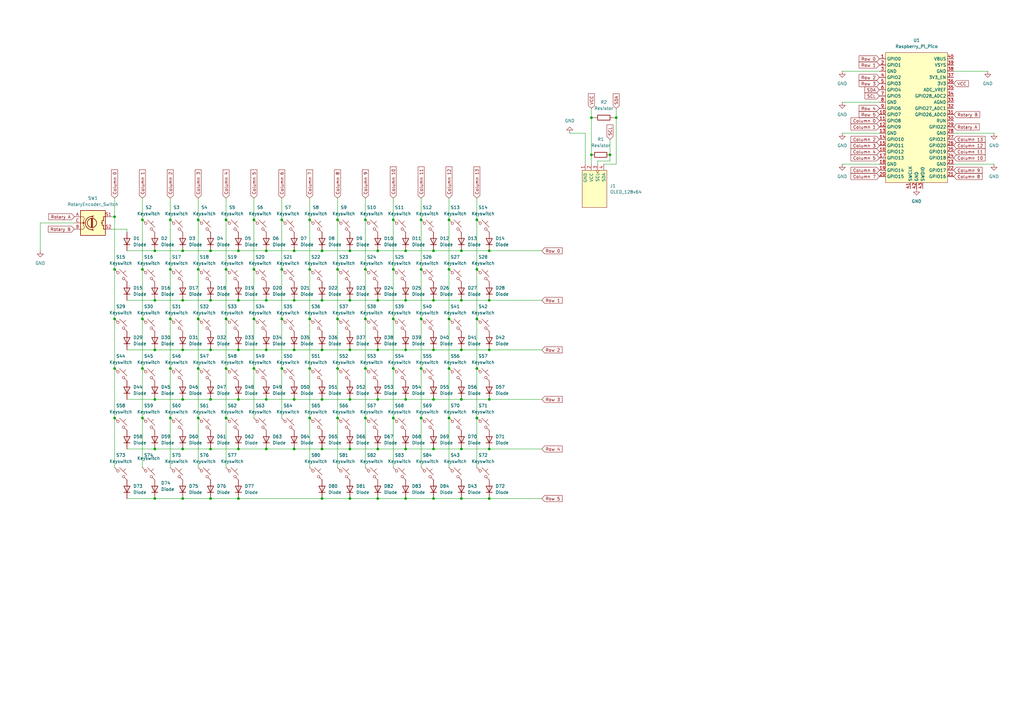
<source format=kicad_sch>
(kicad_sch (version 20231120) (generator "eeschema") (generator_version "8.0")
  (paper "A3")
  (lib_symbols
    (symbol "Device:RotaryEncoder_Switch" (pin_names (offset 0.254) hide)
      (property "Reference" "SW" (at 0 6.604 0))
      (property "Value" "RotaryEncoder_Switch" (at 0 -6.604 0))
      (symbol "RotaryEncoder_Switch_1_1"
        (pin passive line (at -7.62 2.54 0) (length 2.54) (name "A") (number "A"))
        (pin passive line (at -7.62 -2.54 0) (length 2.54) (name "B") (number "B"))
        (pin passive line (at -7.62 0 0) (length 2.54) (name "C") (number "C"))
        (pin passive line (at 7.62 2.54 180) (length 2.54) (name "S1") (number "S1"))
        (pin passive line (at 7.62 -2.54 180) (length 2.54) (name "S2") (number "S2"))
      )
    )
    (symbol "ScottoKeebs:MCU_Raspberry_Pi_Pico"
      (property "Reference" "U" (at 0 0 0))
      (property "Value" "Raspberry_Pi_Pico" (at 0 27.94 0))
      (symbol "MCU_Raspberry_Pi_Pico_1_1"
        (pin bidirectional line (at -15.24 24.13 0) (length 2.54) (name "GPIO0") (number "1"))
        (pin bidirectional line (at -15.24 1.27 0) (length 2.54) (name "GPIO7") (number "10"))
        (pin bidirectional line (at -15.24 -1.27 0) (length 2.54) (name "GPIO8") (number "11"))
        (pin bidirectional line (at -15.24 -3.81 0) (length 2.54) (name "GPIO9") (number "12"))
        (pin power_in line (at -15.24 -6.35 0) (length 2.54) (name "GND") (number "13"))
        (pin bidirectional line (at -15.24 -8.89 0) (length 2.54) (name "GPIO10") (number "14"))
        (pin bidirectional line (at -15.24 -11.43 0) (length 2.54) (name "GPIO11") (number "15"))
        (pin bidirectional line (at -15.24 -13.97 0) (length 2.54) (name "GPIO12") (number "16"))
        (pin bidirectional line (at -15.24 -16.51 0) (length 2.54) (name "GPIO13") (number "17"))
        (pin power_in line (at -15.24 -19.05 0) (length 2.54) (name "GND") (number "18"))
        (pin bidirectional line (at -15.24 -21.59 0) (length 2.54) (name "GPIO14") (number "19"))
        (pin bidirectional line (at -15.24 21.59 0) (length 2.54) (name "GPIO1") (number "2"))
        (pin bidirectional line (at -15.24 -24.13 0) (length 2.54) (name "GPIO15") (number "20"))
        (pin bidirectional line (at 15.24 -24.13 180) (length 2.54) (name "GPIO16") (number "21"))
        (pin bidirectional line (at 15.24 -21.59 180) (length 2.54) (name "GPIO17") (number "22"))
        (pin power_in line (at 15.24 -19.05 180) (length 2.54) (name "GND") (number "23"))
        (pin bidirectional line (at 15.24 -16.51 180) (length 2.54) (name "GPIO18") (number "24"))
        (pin bidirectional line (at 15.24 -13.97 180) (length 2.54) (name "GPIO19") (number "25"))
        (pin bidirectional line (at 15.24 -11.43 180) (length 2.54) (name "GPIO20") (number "26"))
        (pin bidirectional line (at 15.24 -8.89 180) (length 2.54) (name "GPIO21") (number "27"))
        (pin power_in line (at 15.24 -6.35 180) (length 2.54) (name "GND") (number "28"))
        (pin bidirectional line (at 15.24 -3.81 180) (length 2.54) (name "GPIO22") (number "29"))
        (pin power_in line (at -15.24 19.05 0) (length 2.54) (name "GND") (number "3"))
        (pin input line (at 15.24 -1.27 180) (length 2.54) (name "RUN") (number "30"))
        (pin bidirectional line (at 15.24 1.27 180) (length 2.54) (name "GPIO26_ADC0") (number "31"))
        (pin bidirectional line (at 15.24 3.81 180) (length 2.54) (name "GPIO27_ADC1") (number "32"))
        (pin power_in line (at 15.24 6.35 180) (length 2.54) (name "AGND") (number "33"))
        (pin bidirectional line (at 15.24 8.89 180) (length 2.54) (name "GPIO28_ADC2") (number "34"))
        (pin power_in line (at 15.24 11.43 180) (length 2.54) (name "ADC_VREF") (number "35"))
        (pin power_in line (at 15.24 13.97 180) (length 2.54) (name "3V3") (number "36"))
        (pin input line (at 15.24 16.51 180) (length 2.54) (name "3V3_EN") (number "37"))
        (pin bidirectional line (at 15.24 19.05 180) (length 2.54) (name "GND") (number "38"))
        (pin power_in line (at 15.24 21.59 180) (length 2.54) (name "VSYS") (number "39"))
        (pin bidirectional line (at -15.24 16.51 0) (length 2.54) (name "GPIO2") (number "4"))
        (pin power_in line (at 15.24 24.13 180) (length 2.54) (name "VBUS") (number "40"))
        (pin input line (at -2.54 -29.21 90) (length 2.54) (name "SWCLK") (number "41"))
        (pin power_in line (at 0 -29.21 90) (length 2.54) (name "GND") (number "42"))
        (pin bidirectional line (at 2.54 -29.21 90) (length 2.54) (name "SWDIO") (number "43"))
        (pin bidirectional line (at -15.24 13.97 0) (length 2.54) (name "GPIO3") (number "5"))
        (pin bidirectional line (at -15.24 11.43 0) (length 2.54) (name "GPIO4") (number "6"))
        (pin bidirectional line (at -15.24 8.89 0) (length 2.54) (name "GPIO5") (number "7"))
        (pin power_in line (at -15.24 6.35 0) (length 2.54) (name "GND") (number "8"))
        (pin bidirectional line (at -15.24 3.81 0) (length 2.54) (name "GPIO6") (number "9"))
      )
    )
    (symbol "ScottoKeebs:OLED_128x32" (pin_names (offset 1.016))
      (property "Reference" "J" (at 0 -6.35 0))
      (property "Value" "OLED_128x32" (at 0 6.35 0))
      (symbol "OLED_128x32_1_1"
        (pin power_in line (at -2.54 -3.81 0) (length 2.54) (name "GND") (number "1"))
        (pin power_in line (at -2.54 -1.27 0) (length 2.54) (name "VCC") (number "2"))
        (pin input clock (at -2.54 1.27 0) (length 2.54) (name "SCL") (number "3"))
        (pin bidirectional line (at -2.54 3.81 0) (length 2.54) (name "SDA") (number "4"))
      )
    )
    (symbol "ScottoKeebs:Placeholder_Diode" (pin_numbers hide) (pin_names hide)
      (property "Reference" "D" (at 0 2.54 0))
      (property "Value" "Diode" (at 0 -2.54 0))
      (symbol "Placeholder_Diode_1_1"
        (pin passive line (at -3.81 0 0) (length 2.54) (name "K") (number "1"))
        (pin passive line (at 3.81 0 180) (length 2.54) (name "A") (number "2"))
      )
    )
    (symbol "ScottoKeebs:Placeholder_Keyswitch" (pin_numbers hide) (pin_names (offset 1.016) hide)
      (property "Reference" "S" (at 3.048 1.016 0))
      (property "Value" "Keyswitch" (at 0 -3.81 0))
      (symbol "Placeholder_Keyswitch_0_1"
        (pin passive line (at -2.54 2.54 0) (length 0) (name "1") (number "1"))
        (pin passive line (at 2.54 -2.54 180) (length 0) (name "2") (number "2"))
      )
    )
    (symbol "ScottoKeebs:Placeholder_Resistor" (pin_numbers hide) (pin_names (offset 0))
      (property "Reference" "R" (at 0 2.032 0))
      (property "Value" "Resistor" (at 0 -2.54 0))
      (symbol "Placeholder_Resistor_1_1"
        (pin passive line (at -3.81 0 0) (length 1.27) (name "~") (number "1"))
        (pin passive line (at 3.81 0 180) (length 1.27) (name "~") (number "2"))
      )
    )
    (symbol "power:GND" (power) (pin_numbers hide) (pin_names (offset 0) hide)
      (property "Value" "GND" (at 0 -3.81 0))
      (symbol "GND_1_1"
        (pin power_in line (at 0 0 270) (length 0) (name "~") (number "1"))
      )
    )
  )
  (junction (at 177.8 163.83))
  (junction (at 166.37 184.15))
  (junction (at 195.58 90.17))
  (junction (at 149.86 151.13))
  (junction (at 115.57 130.81))
  (junction (at 97.79 123.19))
  (junction (at 161.29 90.17))
  (junction (at 104.14 151.13))
  (junction (at 97.79 184.15))
  (junction (at 74.93 204.47))
  (junction (at 127 110.49))
  (junction (at 184.15 151.13))
  (junction (at 69.85 130.81))
  (junction (at 189.23 102.87))
  (junction (at 138.43 110.49))
  (junction (at 189.23 163.83))
  (junction (at 166.37 163.83))
  (junction (at 74.93 102.87))
  (junction (at 132.08 184.15))
  (junction (at 63.5 184.15))
  (junction (at 81.28 90.17))
  (junction (at 97.79 163.83))
  (junction (at 63.5 163.83))
  (junction (at 166.37 143.51))
  (junction (at 81.28 110.49))
  (junction (at 92.71 90.17))
  (junction (at 200.66 143.51))
  (junction (at 86.36 204.47))
  (junction (at 132.08 204.47))
  (junction (at 200.66 163.83))
  (junction (at 154.94 102.87))
  (junction (at 177.8 204.47))
  (junction (at 132.08 102.87))
  (junction (at 120.65 143.51))
  (junction (at 166.37 123.19))
  (junction (at 189.23 184.15))
  (junction (at 69.85 151.13))
  (junction (at 69.85 90.17))
  (junction (at 86.36 123.19))
  (junction (at 189.23 143.51))
  (junction (at 189.23 123.19))
  (junction (at 184.15 90.17))
  (junction (at 86.36 184.15))
  (junction (at 86.36 163.83))
  (junction (at 154.94 123.19))
  (junction (at 115.57 90.17))
  (junction (at 120.65 123.19))
  (junction (at 184.15 171.45))
  (junction (at 143.51 184.15))
  (junction (at 177.8 143.51))
  (junction (at 189.23 204.47))
  (junction (at 120.65 184.15))
  (junction (at 200.66 184.15))
  (junction (at 81.28 130.81))
  (junction (at 109.22 143.51))
  (junction (at 149.86 130.81))
  (junction (at 172.72 90.17))
  (junction (at 69.85 110.49))
  (junction (at 242.57 48.26))
  (junction (at 138.43 151.13))
  (junction (at 143.51 102.87))
  (junction (at 154.94 204.47))
  (junction (at 46.99 171.45))
  (junction (at 86.36 102.87))
  (junction (at 177.8 184.15))
  (junction (at 143.51 123.19))
  (junction (at 46.99 151.13))
  (junction (at 127 171.45))
  (junction (at 97.79 102.87))
  (junction (at 250.19 63.5))
  (junction (at 177.8 123.19))
  (junction (at 166.37 102.87))
  (junction (at 97.79 204.47))
  (junction (at 184.15 110.49))
  (junction (at 184.15 130.81))
  (junction (at 115.57 151.13))
  (junction (at 63.5 204.47))
  (junction (at 154.94 163.83))
  (junction (at 127 130.81))
  (junction (at 195.58 110.49))
  (junction (at 104.14 110.49))
  (junction (at 92.71 171.45))
  (junction (at 161.29 110.49))
  (junction (at 46.99 110.49))
  (junction (at 143.51 163.83))
  (junction (at 97.79 143.51))
  (junction (at 69.85 171.45))
  (junction (at 138.43 171.45))
  (junction (at 63.5 102.87))
  (junction (at 109.22 184.15))
  (junction (at 58.42 151.13))
  (junction (at 92.71 110.49))
  (junction (at 195.58 130.81))
  (junction (at 149.86 110.49))
  (junction (at 92.71 151.13))
  (junction (at 127 151.13))
  (junction (at 172.72 130.81))
  (junction (at 58.42 171.45))
  (junction (at 195.58 171.45))
  (junction (at 200.66 102.87))
  (junction (at 46.99 88.9))
  (junction (at 104.14 130.81))
  (junction (at 74.93 163.83))
  (junction (at 161.29 130.81))
  (junction (at 81.28 171.45))
  (junction (at 177.8 102.87))
  (junction (at 132.08 123.19))
  (junction (at 172.72 110.49))
  (junction (at 161.29 151.13))
  (junction (at 154.94 184.15))
  (junction (at 92.71 130.81))
  (junction (at 200.66 204.47))
  (junction (at 252.73 48.26))
  (junction (at 104.14 90.17))
  (junction (at 109.22 163.83))
  (junction (at 86.36 143.51))
  (junction (at 115.57 110.49))
  (junction (at 63.5 123.19))
  (junction (at 161.29 171.45))
  (junction (at 242.57 63.5))
  (junction (at 127 90.17))
  (junction (at 143.51 143.51))
  (junction (at 109.22 102.87))
  (junction (at 166.37 204.47))
  (junction (at 154.94 143.51))
  (junction (at 172.72 151.13))
  (junction (at 81.28 151.13))
  (junction (at 138.43 130.81))
  (junction (at 149.86 90.17))
  (junction (at 143.51 204.47))
  (junction (at 58.42 90.17))
  (junction (at 132.08 143.51))
  (junction (at 58.42 110.49))
  (junction (at 138.43 90.17))
  (junction (at 74.93 184.15))
  (junction (at 120.65 163.83))
  (junction (at 172.72 171.45))
  (junction (at 120.65 102.87))
  (junction (at 58.42 130.81))
  (junction (at 149.86 171.45))
  (junction (at 200.66 123.19))
  (junction (at 132.08 163.83))
  (junction (at 109.22 123.19))
  (junction (at 195.58 151.13))
  (junction (at 63.5 143.51))
  (junction (at 46.99 130.81))
  (junction (at 74.93 123.19))
  (junction (at 74.93 143.51))
  (wire (pts (xy 115.57 81.28) (xy 115.57 90.17)))
  (wire (pts (xy 74.93 163.83) (xy 86.36 163.83)))
  (wire (pts (xy 109.22 102.87) (xy 120.65 102.87)))
  (wire (pts (xy 109.22 123.19) (xy 120.65 123.19)))
  (wire (pts (xy 184.15 90.17) (xy 184.15 110.49)))
  (wire (pts (xy 184.15 130.81) (xy 184.15 151.13)))
  (wire (pts (xy 195.58 130.81) (xy 195.58 151.13)))
  (wire (pts (xy 233.68 54.61) (xy 240.03 54.61)))
  (wire (pts (xy 81.28 81.28) (xy 81.28 90.17)))
  (wire (pts (xy 92.71 90.17) (xy 92.71 110.49)))
  (wire (pts (xy 52.07 102.87) (xy 63.5 102.87)))
  (wire (pts (xy 52.07 204.47) (xy 63.5 204.47)))
  (wire (pts (xy 92.71 110.49) (xy 92.71 130.81)))
  (wire (pts (xy 52.07 123.19) (xy 63.5 123.19)))
  (wire (pts (xy 177.8 143.51) (xy 189.23 143.51)))
  (wire (pts (xy 154.94 163.83) (xy 166.37 163.83)))
  (wire (pts (xy 252.73 48.26) (xy 252.73 67.31)))
  (wire (pts (xy 189.23 102.87) (xy 200.66 102.87)))
  (wire (pts (xy 189.23 143.51) (xy 200.66 143.51)))
  (wire (pts (xy 120.65 163.83) (xy 132.08 163.83)))
  (wire (pts (xy 115.57 110.49) (xy 115.57 130.81)))
  (wire (pts (xy 195.58 151.13) (xy 195.58 171.45)))
  (wire (pts (xy 252.73 67.31) (xy 247.65 67.31)))
  (wire (pts (xy 161.29 151.13) (xy 161.29 171.45)))
  (wire (pts (xy 52.07 93.98) (xy 52.07 95.25)))
  (wire (pts (xy 86.36 102.87) (xy 97.79 102.87)))
  (wire (pts (xy 161.29 171.45) (xy 161.29 191.77)))
  (wire (pts (xy 149.86 130.81) (xy 149.86 151.13)))
  (wire (pts (xy 166.37 184.15) (xy 177.8 184.15)))
  (wire (pts (xy 132.08 163.83) (xy 143.51 163.83)))
  (wire (pts (xy 74.93 123.19) (xy 86.36 123.19)))
  (wire (pts (xy 58.42 81.28) (xy 58.42 90.17)))
  (wire (pts (xy 81.28 171.45) (xy 81.28 191.77)))
  (wire (pts (xy 154.94 143.51) (xy 166.37 143.51)))
  (wire (pts (xy 46.99 130.81) (xy 46.99 151.13)))
  (wire (pts (xy 154.94 123.19) (xy 166.37 123.19)))
  (wire (pts (xy 69.85 171.45) (xy 69.85 191.77)))
  (wire (pts (xy 86.36 123.19) (xy 97.79 123.19)))
  (wire (pts (xy 86.36 143.51) (xy 97.79 143.51)))
  (wire (pts (xy 97.79 123.19) (xy 109.22 123.19)))
  (wire (pts (xy 252.73 44.45) (xy 252.73 48.26)))
  (wire (pts (xy 81.28 130.81) (xy 81.28 151.13)))
  (wire (pts (xy 69.85 81.28) (xy 69.85 90.17)))
  (wire (pts (xy 86.36 163.83) (xy 97.79 163.83)))
  (wire (pts (xy 138.43 110.49) (xy 138.43 130.81)))
  (wire (pts (xy 149.86 90.17) (xy 149.86 110.49)))
  (wire (pts (xy 86.36 184.15) (xy 97.79 184.15)))
  (wire (pts (xy 245.11 66.04) (xy 245.11 67.31)))
  (wire (pts (xy 97.79 184.15) (xy 109.22 184.15)))
  (wire (pts (xy 172.72 171.45) (xy 172.72 191.77)))
  (wire (pts (xy 132.08 102.87) (xy 143.51 102.87)))
  (wire (pts (xy 46.99 110.49) (xy 46.99 130.81)))
  (wire (pts (xy 115.57 151.13) (xy 115.57 171.45)))
  (wire (pts (xy 184.15 81.28) (xy 184.15 90.17)))
  (wire (pts (xy 109.22 143.51) (xy 120.65 143.51)))
  (wire (pts (xy 104.14 81.28) (xy 104.14 90.17)))
  (wire (pts (xy 81.28 110.49) (xy 81.28 130.81)))
  (wire (pts (xy 132.08 184.15) (xy 143.51 184.15)))
  (wire (pts (xy 92.71 81.28) (xy 92.71 90.17)))
  (wire (pts (xy 250.19 63.5) (xy 250.19 66.04)))
  (wire (pts (xy 177.8 102.87) (xy 189.23 102.87)))
  (wire (pts (xy 69.85 151.13) (xy 69.85 171.45)))
  (wire (pts (xy 172.72 110.49) (xy 172.72 130.81)))
  (wire (pts (xy 81.28 90.17) (xy 81.28 110.49)))
  (wire (pts (xy 166.37 204.47) (xy 177.8 204.47)))
  (wire (pts (xy 240.03 54.61) (xy 240.03 67.31)))
  (wire (pts (xy 74.93 204.47) (xy 86.36 204.47)))
  (wire (pts (xy 172.72 130.81) (xy 172.72 151.13)))
  (wire (pts (xy 127 171.45) (xy 127 191.77)))
  (wire (pts (xy 154.94 102.87) (xy 166.37 102.87)))
  (wire (pts (xy 143.51 143.51) (xy 154.94 143.51)))
  (wire (pts (xy 251.46 48.26) (xy 252.73 48.26)))
  (wire (pts (xy 242.57 48.26) (xy 242.57 63.5)))
  (wire (pts (xy 345.44 67.31) (xy 360.68 67.31)))
  (wire (pts (xy 109.22 163.83) (xy 120.65 163.83)))
  (wire (pts (xy 184.15 110.49) (xy 184.15 130.81)))
  (wire (pts (xy 200.66 102.87) (xy 222.25 102.87)))
  (wire (pts (xy 46.99 81.28) (xy 46.99 88.9)))
  (wire (pts (xy 345.44 41.91) (xy 360.68 41.91)))
  (wire (pts (xy 132.08 204.47) (xy 143.51 204.47)))
  (wire (pts (xy 97.79 163.83) (xy 109.22 163.83)))
  (wire (pts (xy 127 110.49) (xy 127 130.81)))
  (wire (pts (xy 138.43 171.45) (xy 138.43 191.77)))
  (wire (pts (xy 92.71 171.45) (xy 92.71 191.77)))
  (wire (pts (xy 161.29 130.81) (xy 161.29 151.13)))
  (wire (pts (xy 189.23 163.83) (xy 200.66 163.83)))
  (wire (pts (xy 143.51 184.15) (xy 154.94 184.15)))
  (wire (pts (xy 242.57 44.45) (xy 242.57 48.26)))
  (wire (pts (xy 189.23 123.19) (xy 200.66 123.19)))
  (wire (pts (xy 69.85 110.49) (xy 69.85 130.81)))
  (wire (pts (xy 200.66 163.83) (xy 222.25 163.83)))
  (wire (pts (xy 63.5 184.15) (xy 74.93 184.15)))
  (wire (pts (xy 184.15 171.45) (xy 184.15 191.77)))
  (wire (pts (xy 138.43 151.13) (xy 138.43 171.45)))
  (wire (pts (xy 172.72 151.13) (xy 172.72 171.45)))
  (wire (pts (xy 143.51 102.87) (xy 154.94 102.87)))
  (wire (pts (xy 115.57 130.81) (xy 115.57 151.13)))
  (wire (pts (xy 46.99 171.45) (xy 46.99 191.77)))
  (wire (pts (xy 58.42 110.49) (xy 58.42 130.81)))
  (wire (pts (xy 195.58 171.45) (xy 195.58 191.77)))
  (wire (pts (xy 154.94 204.47) (xy 166.37 204.47)))
  (wire (pts (xy 184.15 151.13) (xy 184.15 171.45)))
  (wire (pts (xy 166.37 143.51) (xy 177.8 143.51)))
  (wire (pts (xy 52.07 163.83) (xy 63.5 163.83)))
  (wire (pts (xy 345.44 29.21) (xy 360.68 29.21)))
  (wire (pts (xy 16.51 102.87) (xy 16.51 91.44)))
  (wire (pts (xy 58.42 151.13) (xy 58.42 171.45)))
  (wire (pts (xy 250.19 57.15) (xy 250.19 63.5)))
  (wire (pts (xy 69.85 90.17) (xy 69.85 110.49)))
  (wire (pts (xy 45.72 93.98) (xy 52.07 93.98)))
  (wire (pts (xy 74.93 143.51) (xy 86.36 143.51)))
  (wire (pts (xy 120.65 143.51) (xy 132.08 143.51)))
  (wire (pts (xy 195.58 90.17) (xy 195.58 110.49)))
  (wire (pts (xy 104.14 130.81) (xy 104.14 151.13)))
  (wire (pts (xy 391.16 54.61) (xy 407.67 54.61)))
  (wire (pts (xy 143.51 163.83) (xy 154.94 163.83)))
  (wire (pts (xy 200.66 184.15) (xy 222.25 184.15)))
  (wire (pts (xy 161.29 81.28) (xy 161.29 90.17)))
  (wire (pts (xy 58.42 90.17) (xy 58.42 110.49)))
  (wire (pts (xy 177.8 163.83) (xy 189.23 163.83)))
  (wire (pts (xy 46.99 110.49) (xy 46.99 88.9)))
  (wire (pts (xy 74.93 184.15) (xy 86.36 184.15)))
  (wire (pts (xy 138.43 90.17) (xy 138.43 110.49)))
  (wire (pts (xy 127 81.28) (xy 127 90.17)))
  (wire (pts (xy 92.71 151.13) (xy 92.71 171.45)))
  (wire (pts (xy 391.16 29.21) (xy 405.13 29.21)))
  (wire (pts (xy 149.86 81.28) (xy 149.86 90.17)))
  (wire (pts (xy 46.99 88.9) (xy 45.72 88.9)))
  (wire (pts (xy 250.19 66.04) (xy 245.11 66.04)))
  (wire (pts (xy 200.66 123.19) (xy 222.25 123.19)))
  (wire (pts (xy 195.58 81.28) (xy 195.58 90.17)))
  (wire (pts (xy 242.57 63.5) (xy 242.57 67.31)))
  (wire (pts (xy 104.14 90.17) (xy 104.14 110.49)))
  (wire (pts (xy 345.44 54.61) (xy 360.68 54.61)))
  (wire (pts (xy 177.8 123.19) (xy 189.23 123.19)))
  (wire (pts (xy 172.72 90.17) (xy 172.72 110.49)))
  (wire (pts (xy 149.86 171.45) (xy 149.86 191.77)))
  (wire (pts (xy 127 90.17) (xy 127 110.49)))
  (wire (pts (xy 177.8 184.15) (xy 189.23 184.15)))
  (wire (pts (xy 243.84 48.26) (xy 242.57 48.26)))
  (wire (pts (xy 138.43 81.28) (xy 138.43 90.17)))
  (wire (pts (xy 104.14 151.13) (xy 104.14 171.45)))
  (wire (pts (xy 120.65 123.19) (xy 132.08 123.19)))
  (wire (pts (xy 97.79 102.87) (xy 109.22 102.87)))
  (wire (pts (xy 172.72 81.28) (xy 172.72 90.17)))
  (wire (pts (xy 166.37 163.83) (xy 177.8 163.83)))
  (wire (pts (xy 143.51 123.19) (xy 154.94 123.19)))
  (wire (pts (xy 97.79 204.47) (xy 132.08 204.47)))
  (wire (pts (xy 166.37 123.19) (xy 177.8 123.19)))
  (wire (pts (xy 120.65 184.15) (xy 132.08 184.15)))
  (wire (pts (xy 127 130.81) (xy 127 151.13)))
  (wire (pts (xy 58.42 130.81) (xy 58.42 151.13)))
  (wire (pts (xy 149.86 151.13) (xy 149.86 171.45)))
  (wire (pts (xy 81.28 151.13) (xy 81.28 171.45)))
  (wire (pts (xy 143.51 204.47) (xy 154.94 204.47)))
  (wire (pts (xy 161.29 90.17) (xy 161.29 110.49)))
  (wire (pts (xy 74.93 102.87) (xy 86.36 102.87)))
  (wire (pts (xy 132.08 143.51) (xy 143.51 143.51)))
  (wire (pts (xy 138.43 130.81) (xy 138.43 151.13)))
  (wire (pts (xy 63.5 204.47) (xy 74.93 204.47)))
  (wire (pts (xy 391.16 67.31) (xy 407.67 67.31)))
  (wire (pts (xy 195.58 110.49) (xy 195.58 130.81)))
  (wire (pts (xy 109.22 184.15) (xy 120.65 184.15)))
  (wire (pts (xy 63.5 143.51) (xy 74.93 143.51)))
  (wire (pts (xy 189.23 184.15) (xy 200.66 184.15)))
  (wire (pts (xy 58.42 171.45) (xy 58.42 191.77)))
  (wire (pts (xy 149.86 110.49) (xy 149.86 130.81)))
  (wire (pts (xy 104.14 110.49) (xy 104.14 130.81)))
  (wire (pts (xy 52.07 143.51) (xy 63.5 143.51)))
  (wire (pts (xy 86.36 204.47) (xy 97.79 204.47)))
  (wire (pts (xy 46.99 151.13) (xy 46.99 171.45)))
  (wire (pts (xy 16.51 91.44) (xy 30.48 91.44)))
  (wire (pts (xy 63.5 102.87) (xy 74.93 102.87)))
  (wire (pts (xy 132.08 123.19) (xy 143.51 123.19)))
  (wire (pts (xy 69.85 130.81) (xy 69.85 151.13)))
  (wire (pts (xy 166.37 102.87) (xy 177.8 102.87)))
  (wire (pts (xy 127 151.13) (xy 127 171.45)))
  (wire (pts (xy 52.07 184.15) (xy 63.5 184.15)))
  (wire (pts (xy 200.66 143.51) (xy 222.25 143.51)))
  (wire (pts (xy 200.66 204.47) (xy 222.25 204.47)))
  (wire (pts (xy 177.8 204.47) (xy 189.23 204.47)))
  (wire (pts (xy 63.5 163.83) (xy 74.93 163.83)))
  (wire (pts (xy 189.23 204.47) (xy 200.66 204.47)))
  (wire (pts (xy 63.5 123.19) (xy 74.93 123.19)))
  (wire (pts (xy 97.79 143.51) (xy 109.22 143.51)))
  (wire (pts (xy 115.57 90.17) (xy 115.57 110.49)))
  (wire (pts (xy 92.71 130.81) (xy 92.71 151.13)))
  (wire (pts (xy 154.94 184.15) (xy 166.37 184.15)))
  (wire (pts (xy 161.29 110.49) (xy 161.29 130.81)))
  (wire (pts (xy 120.65 102.87) (xy 132.08 102.87)))
  (global_label "SDA" (shape input) (at 360.68 36.83 180) (property "Intersheetrefs" "${INTERSHEET_REFS}" (effects (hide yes))))
  (global_label "SDA" (shape input) (at 252.73 44.45 90) (property "Intersheetrefs" "${INTERSHEET_REFS}" (effects (hide yes))))
  (global_label "Column 8" (shape input) (at 138.43 81.28 90) (property "Intersheetrefs" "${INTERSHEET_REFS}" (effects (hide yes))))
  (global_label "Row 5" (shape input) (at 360.68 46.99 180) (property "Intersheetrefs" "${INTERSHEET_REFS}" (effects (hide yes))))
  (global_label "Column 11" (shape input) (at 391.16 62.23 0) (property "Intersheetrefs" "${INTERSHEET_REFS}" (effects (hide yes))))
  (global_label "Row 3" (shape input) (at 222.25 163.83 0) (property "Intersheetrefs" "${INTERSHEET_REFS}" (effects (hide yes))))
  (global_label "Column 13" (shape input) (at 195.58 81.28 90) (property "Intersheetrefs" "${INTERSHEET_REFS}" (effects (hide yes))))
  (global_label "Column 1" (shape input) (at 58.42 81.28 90) (property "Intersheetrefs" "${INTERSHEET_REFS}" (effects (hide yes))))
  (global_label "Column 7" (shape input) (at 360.68 72.39 180) (property "Intersheetrefs" "${INTERSHEET_REFS}" (effects (hide yes))))
  (global_label "Rotary A" (shape input) (at 30.48 88.9 180) (property "Intersheetrefs" "${INTERSHEET_REFS}" (effects (hide yes))))
  (global_label "Row 4" (shape input) (at 222.25 184.15 0) (property "Intersheetrefs" "${INTERSHEET_REFS}" (effects (hide yes))))
  (global_label "Column 10" (shape input) (at 161.29 81.28 90) (property "Intersheetrefs" "${INTERSHEET_REFS}" (effects (hide yes))))
  (global_label "Column 11" (shape input) (at 172.72 81.28 90) (property "Intersheetrefs" "${INTERSHEET_REFS}" (effects (hide yes))))
  (global_label "Column 6" (shape input) (at 115.57 81.28 90) (property "Intersheetrefs" "${INTERSHEET_REFS}" (effects (hide yes))))
  (global_label "SCL" (shape input) (at 250.19 57.15 90) (property "Intersheetrefs" "${INTERSHEET_REFS}" (effects (hide yes))))
  (global_label "Row 0" (shape input) (at 360.68 24.13 180) (property "Intersheetrefs" "${INTERSHEET_REFS}" (effects (hide yes))))
  (global_label "Column 1" (shape input) (at 360.68 52.07 180) (property "Intersheetrefs" "${INTERSHEET_REFS}" (effects (hide yes))))
  (global_label "Column 0" (shape input) (at 46.99 81.28 90) (property "Intersheetrefs" "${INTERSHEET_REFS}" (effects (hide yes))))
  (global_label "Row 1" (shape input) (at 222.25 123.19 0) (property "Intersheetrefs" "${INTERSHEET_REFS}" (effects (hide yes))))
  (global_label "Row 3" (shape input) (at 360.68 34.29 180) (property "Intersheetrefs" "${INTERSHEET_REFS}" (effects (hide yes))))
  (global_label "Row 2" (shape input) (at 222.25 143.51 0) (property "Intersheetrefs" "${INTERSHEET_REFS}" (effects (hide yes))))
  (global_label "Column 12" (shape input) (at 184.15 81.28 90) (property "Intersheetrefs" "${INTERSHEET_REFS}" (effects (hide yes))))
  (global_label "Column 4" (shape input) (at 92.71 81.28 90) (property "Intersheetrefs" "${INTERSHEET_REFS}" (effects (hide yes))))
  (global_label "Row 2" (shape input) (at 360.68 31.75 180) (property "Intersheetrefs" "${INTERSHEET_REFS}" (effects (hide yes))))
  (global_label "Column 8" (shape input) (at 391.16 72.39 0) (property "Intersheetrefs" "${INTERSHEET_REFS}" (effects (hide yes))))
  (global_label "Column 2" (shape input) (at 69.85 81.28 90) (property "Intersheetrefs" "${INTERSHEET_REFS}" (effects (hide yes))))
  (global_label "VCC" (shape input) (at 242.57 44.45 90) (property "Intersheetrefs" "${INTERSHEET_REFS}" (effects (hide yes))))
  (global_label "Column 2" (shape input) (at 360.68 57.15 180) (property "Intersheetrefs" "${INTERSHEET_REFS}" (effects (hide yes))))
  (global_label "Column 12" (shape input) (at 391.16 59.69 0) (property "Intersheetrefs" "${INTERSHEET_REFS}" (effects (hide yes))))
  (global_label "Row 4" (shape input) (at 360.68 44.45 180) (property "Intersheetrefs" "${INTERSHEET_REFS}" (effects (hide yes))))
  (global_label "Column 10" (shape input) (at 391.16 64.77 0) (property "Intersheetrefs" "${INTERSHEET_REFS}" (effects (hide yes))))
  (global_label "Column 5" (shape input) (at 104.14 81.28 90) (property "Intersheetrefs" "${INTERSHEET_REFS}" (effects (hide yes))))
  (global_label "Row 1" (shape input) (at 360.68 26.67 180) (property "Intersheetrefs" "${INTERSHEET_REFS}" (effects (hide yes))))
  (global_label "Rotary B" (shape input) (at 391.16 46.99 0) (property "Intersheetrefs" "${INTERSHEET_REFS}" (effects (hide yes))))
  (global_label "Column 0" (shape input) (at 360.68 49.53 180) (property "Intersheetrefs" "${INTERSHEET_REFS}" (effects (hide yes))))
  (global_label "Column 9" (shape input) (at 149.86 81.28 90) (property "Intersheetrefs" "${INTERSHEET_REFS}" (effects (hide yes))))
  (global_label "Column 5" (shape input) (at 360.68 64.77 180) (property "Intersheetrefs" "${INTERSHEET_REFS}" (effects (hide yes))))
  (global_label "Column 13" (shape input) (at 391.16 57.15 0) (property "Intersheetrefs" "${INTERSHEET_REFS}" (effects (hide yes))))
  (global_label "SCL" (shape input) (at 360.68 39.37 180) (property "Intersheetrefs" "${INTERSHEET_REFS}" (effects (hide yes))))
  (global_label "Row 5" (shape input) (at 222.25 204.47 0) (property "Intersheetrefs" "${INTERSHEET_REFS}" (effects (hide yes))))
  (global_label "Column 3" (shape input) (at 360.68 59.69 180) (property "Intersheetrefs" "${INTERSHEET_REFS}" (effects (hide yes))))
  (global_label "Rotary B" (shape input) (at 30.48 93.98 180) (property "Intersheetrefs" "${INTERSHEET_REFS}" (effects (hide yes))))
  (global_label "Column 7" (shape input) (at 127 81.28 90) (property "Intersheetrefs" "${INTERSHEET_REFS}" (effects (hide yes))))
  (global_label "Column 4" (shape input) (at 360.68 62.23 180) (property "Intersheetrefs" "${INTERSHEET_REFS}" (effects (hide yes))))
  (global_label "Column 3" (shape input) (at 81.28 81.28 90) (property "Intersheetrefs" "${INTERSHEET_REFS}" (effects (hide yes))))
  (global_label "Column 9" (shape input) (at 391.16 69.85 0) (property "Intersheetrefs" "${INTERSHEET_REFS}" (effects (hide yes))))
  (global_label "Rotary A" (shape input) (at 391.16 52.07 0) (property "Intersheetrefs" "${INTERSHEET_REFS}" (effects (hide yes))))
  (global_label "VCC" (shape input) (at 391.16 34.29 0) (property "Intersheetrefs" "${INTERSHEET_REFS}" (effects (hide yes))))
  (global_label "Row 0" (shape input) (at 222.25 102.87 0) (property "Intersheetrefs" "${INTERSHEET_REFS}" (effects (hide yes))))
  (global_label "Column 6" (shape input) (at 360.68 69.85 180) (property "Intersheetrefs" "${INTERSHEET_REFS}" (effects (hide yes))))
  (symbol (lib_id "ScottoKeebs:Placeholder_Keyswitch") (at 175.26 133.35 0) (unit 1)
    (property "Reference" "S40" (at 175.26 125.73 0))
    (property "Value" "Keyswitch" (at 175.26 128.27 0))
    (property "Footprint" "ScottoKeebs_Choc:Choc_V2_1.00u" (effects (hide yes)))
    (property "Description" "Push button switch, normally open, two pins, 45° tilted" (effects (hide yes)))
  )
  (symbol (lib_id "ScottoKeebs:Placeholder_Keyswitch") (at 118.11 92.71 0) (unit 1)
    (property "Reference" "S7" (at 118.11 85.09 0))
    (property "Value" "Keyswitch" (at 118.11 87.63 0))
    (property "Footprint" "ScottoKeebs_Choc:Choc_V2_1.00u" (effects (hide yes)))
    (property "Description" "Push button switch, normally open, two pins, 45° tilted" (effects (hide yes)))
  )
  (symbol (lib_id "ScottoKeebs:Placeholder_Keyswitch") (at 60.96 153.67 0) (unit 1)
    (property "Reference" "S45" (at 60.96 146.05 0))
    (property "Value" "Keyswitch" (at 60.96 148.59 0))
    (property "Footprint" "ScottoKeebs_Choc:Choc_V2_1.00u" (effects (hide yes)))
    (property "Description" "Push button switch, normally open, two pins, 45° tilted" (effects (hide yes)))
  )
  (symbol (lib_id "ScottoKeebs:Placeholder_Diode") (at 154.94 139.7 90) (unit 1)
    (property "Reference" "D38" (at 157.48 138.4299 90) (effects (justify right)))
    (property "Value" "Diode" (at 157.48 140.9699 90) (effects (justify right)))
    (property "Footprint" "ScottoKeebs_Components:Diode_DO-35" (effects (hide yes)))
    (property "Description" "1N4148 (DO-35) or 1N4148W (SOD-123)" (effects (hide yes)))
    (property "Sim.Device" "D" (effects (hide yes)))
    (property "Sim.Pins" "1=K 2=A" (effects (hide yes)))
  )
  (symbol (lib_id "ScottoKeebs:Placeholder_Diode") (at 177.8 139.7 90) (unit 1)
    (property "Reference" "D40" (at 180.34 138.4299 90) (effects (justify right)))
    (property "Value" "Diode" (at 180.34 140.9699 90) (effects (justify right)))
    (property "Footprint" "ScottoKeebs_Components:Diode_DO-35" (effects (hide yes)))
    (property "Description" "1N4148 (DO-35) or 1N4148W (SOD-123)" (effects (hide yes)))
    (property "Sim.Device" "D" (effects (hide yes)))
    (property "Sim.Pins" "1=K 2=A" (effects (hide yes)))
  )
  (symbol (lib_id "ScottoKeebs:Placeholder_Diode") (at 63.5 99.06 90) (unit 1)
    (property "Reference" "D2" (at 66.04 97.7899 90) (effects (justify right)))
    (property "Value" "Diode" (at 66.04 100.3299 90) (effects (justify right)))
    (property "Footprint" "ScottoKeebs_Components:Diode_DO-35" (effects (hide yes)))
    (property "Description" "1N4148 (DO-35) or 1N4148W (SOD-123)" (effects (hide yes)))
    (property "Sim.Device" "D" (effects (hide yes)))
    (property "Sim.Pins" "1=K 2=A" (effects (hide yes)))
  )
  (symbol (lib_id "ScottoKeebs:Placeholder_Keyswitch") (at 83.82 194.31 0) (unit 1)
    (property "Reference" "S76" (at 83.82 186.69 0))
    (property "Value" "Keyswitch" (at 83.82 189.23 0))
    (property "Footprint" "ScottoKeebs_Choc:Choc_V2_1.00u" (effects (hide yes)))
    (property "Description" "Push button switch, normally open, two pins, 45° tilted" (effects (hide yes)))
  )
  (symbol (lib_id "ScottoKeebs:Placeholder_Diode") (at 74.93 180.34 90) (unit 1)
    (property "Reference" "D60" (at 77.47 179.0699 90) (effects (justify right)))
    (property "Value" "Diode" (at 77.47 181.6099 90) (effects (justify right)))
    (property "Footprint" "ScottoKeebs_Components:Diode_DO-35" (effects (hide yes)))
    (property "Description" "1N4148 (DO-35) or 1N4148W (SOD-123)" (effects (hide yes)))
    (property "Sim.Device" "D" (effects (hide yes)))
    (property "Sim.Pins" "1=K 2=A" (effects (hide yes)))
  )
  (symbol (lib_id "ScottoKeebs:Placeholder_Diode") (at 166.37 160.02 90) (unit 1)
    (property "Reference" "D54" (at 168.91 158.7499 90) (effects (justify right)))
    (property "Value" "Diode" (at 168.91 161.2899 90) (effects (justify right)))
    (property "Footprint" "ScottoKeebs_Components:Diode_DO-35" (effects (hide yes)))
    (property "Description" "1N4148 (DO-35) or 1N4148W (SOD-123)" (effects (hide yes)))
    (property "Sim.Device" "D" (effects (hide yes)))
    (property "Sim.Pins" "1=K 2=A" (effects (hide yes)))
  )
  (symbol (lib_id "ScottoKeebs:Placeholder_Diode") (at 189.23 180.34 90) (unit 1)
    (property "Reference" "D70" (at 191.77 179.0699 90) (effects (justify right)))
    (property "Value" "Diode" (at 191.77 181.6099 90) (effects (justify right)))
    (property "Footprint" "ScottoKeebs_Components:Diode_DO-35" (effects (hide yes)))
    (property "Description" "1N4148 (DO-35) or 1N4148W (SOD-123)" (effects (hide yes)))
    (property "Sim.Device" "D" (effects (hide yes)))
    (property "Sim.Pins" "1=K 2=A" (effects (hide yes)))
  )
  (symbol (lib_id "ScottoKeebs:Placeholder_Diode") (at 74.93 200.66 90) (unit 1)
    (property "Reference" "D75" (at 77.47 199.3899 90) (effects (justify right)))
    (property "Value" "Diode" (at 77.47 201.9299 90) (effects (justify right)))
    (property "Footprint" "ScottoKeebs_Components:Diode_DO-35" (effects (hide yes)))
    (property "Description" "1N4148 (DO-35) or 1N4148W (SOD-123)" (effects (hide yes)))
    (property "Sim.Device" "D" (effects (hide yes)))
    (property "Sim.Pins" "1=K 2=A" (effects (hide yes)))
  )
  (symbol (lib_id "ScottoKeebs:Placeholder_Keyswitch") (at 152.4 194.31 0) (unit 1)
    (property "Reference" "S82" (at 152.4 186.69 0))
    (property "Value" "Keyswitch" (at 152.4 189.23 0))
    (property "Footprint" "ScottoKeebs_Choc:Choc_V2_1.00u" (effects (hide yes)))
    (property "Description" "Push button switch, normally open, two pins, 45° tilted" (effects (hide yes)))
  )
  (symbol (lib_id "ScottoKeebs:Placeholder_Keyswitch") (at 106.68 133.35 0) (unit 1)
    (property "Reference" "S34" (at 106.68 125.73 0))
    (property "Value" "Keyswitch" (at 106.68 128.27 0))
    (property "Footprint" "ScottoKeebs_Choc:Choc_V2_1.00u" (effects (hide yes)))
    (property "Description" "Push button switch, normally open, two pins, 45° tilted" (effects (hide yes)))
  )
  (symbol (lib_id "ScottoKeebs:Placeholder_Keyswitch") (at 95.25 173.99 0) (unit 1)
    (property "Reference" "S62" (at 95.25 166.37 0))
    (property "Value" "Keyswitch" (at 95.25 168.91 0))
    (property "Footprint" "ScottoKeebs_Choc:Choc_V2_1.00u" (effects (hide yes)))
    (property "Description" "Push button switch, normally open, two pins, 45° tilted" (effects (hide yes)))
  )
  (symbol (lib_id "ScottoKeebs:Placeholder_Diode") (at 74.93 160.02 90) (unit 1)
    (property "Reference" "D46" (at 77.47 158.7499 90) (effects (justify right)))
    (property "Value" "Diode" (at 77.47 161.2899 90) (effects (justify right)))
    (property "Footprint" "ScottoKeebs_Components:Diode_DO-35" (effects (hide yes)))
    (property "Description" "1N4148 (DO-35) or 1N4148W (SOD-123)" (effects (hide yes)))
    (property "Sim.Device" "D" (effects (hide yes)))
    (property "Sim.Pins" "1=K 2=A" (effects (hide yes)))
  )
  (symbol (lib_id "ScottoKeebs:Placeholder_Keyswitch") (at 106.68 173.99 0) (unit 1)
    (property "Reference" "S63" (at 106.68 166.37 0))
    (property "Value" "Keyswitch" (at 106.68 168.91 0))
    (property "Footprint" "ScottoKeebs_Choc:Choc_V2_1.00u" (effects (hide yes)))
    (property "Description" "Push button switch, normally open, two pins, 45° tilted" (effects (hide yes)))
  )
  (symbol (lib_id "ScottoKeebs:Placeholder_Diode") (at 120.65 139.7 90) (unit 1)
    (property "Reference" "D35" (at 123.19 138.4299 90) (effects (justify right)))
    (property "Value" "Diode" (at 123.19 140.9699 90) (effects (justify right)))
    (property "Footprint" "ScottoKeebs_Components:Diode_DO-35" (effects (hide yes)))
    (property "Description" "1N4148 (DO-35) or 1N4148W (SOD-123)" (effects (hide yes)))
    (property "Sim.Device" "D" (effects (hide yes)))
    (property "Sim.Pins" "1=K 2=A" (effects (hide yes)))
  )
  (symbol (lib_id "ScottoKeebs:Placeholder_Keyswitch") (at 95.25 113.03 0) (unit 1)
    (property "Reference" "S19" (at 95.25 105.41 0))
    (property "Value" "Keyswitch" (at 95.25 107.95 0))
    (property "Footprint" "ScottoKeebs_Choc:Choc_V2_1.00u" (effects (hide yes)))
    (property "Description" "Push button switch, normally open, two pins, 45° tilted" (effects (hide yes)))
  )
  (symbol (lib_id "ScottoKeebs:Placeholder_Keyswitch") (at 106.68 92.71 0) (unit 1)
    (property "Reference" "S6" (at 106.68 85.09 0))
    (property "Value" "Keyswitch" (at 106.68 87.63 0))
    (property "Footprint" "ScottoKeebs_Choc:Choc_V2_1.00u" (effects (hide yes)))
    (property "Description" "Push button switch, normally open, two pins, 45° tilted" (effects (hide yes)))
  )
  (symbol (lib_id "ScottoKeebs:Placeholder_Diode") (at 97.79 160.02 90) (unit 1)
    (property "Reference" "D48" (at 100.33 158.7499 90) (effects (justify right)))
    (property "Value" "Diode" (at 100.33 161.2899 90) (effects (justify right)))
    (property "Footprint" "ScottoKeebs_Components:Diode_DO-35" (effects (hide yes)))
    (property "Description" "1N4148 (DO-35) or 1N4148W (SOD-123)" (effects (hide yes)))
    (property "Sim.Device" "D" (effects (hide yes)))
    (property "Sim.Pins" "1=K 2=A" (effects (hide yes)))
  )
  (symbol (lib_id "power:GND") (at 345.44 54.61 0) (unit 1)
    (property "Reference" "#PWR04" (effects (hide yes)))
    (property "Value" "GND" (at 345.44 59.69 0))
    (property "Description" "Power symbol creates a global label with name \"GND\" , ground" (effects (hide yes)))
  )
  (symbol (lib_id "ScottoKeebs:Placeholder_Keyswitch") (at 152.4 113.03 0) (unit 1)
    (property "Reference" "S24" (at 152.4 105.41 0))
    (property "Value" "Keyswitch" (at 152.4 107.95 0))
    (property "Footprint" "ScottoKeebs_Choc:Choc_V2_1.00u" (effects (hide yes)))
    (property "Description" "Push button switch, normally open, two pins, 45° tilted" (effects (hide yes)))
  )
  (symbol (lib_id "ScottoKeebs:Placeholder_Diode") (at 177.8 200.66 90) (unit 1)
    (property "Reference" "D84" (at 180.34 199.3899 90) (effects (justify right)))
    (property "Value" "Diode" (at 180.34 201.9299 90) (effects (justify right)))
    (property "Footprint" "ScottoKeebs_Components:Diode_DO-35" (effects (hide yes)))
    (property "Description" "1N4148 (DO-35) or 1N4148W (SOD-123)" (effects (hide yes)))
    (property "Sim.Device" "D" (effects (hide yes)))
    (property "Sim.Pins" "1=K 2=A" (effects (hide yes)))
  )
  (symbol (lib_id "ScottoKeebs:Placeholder_Diode") (at 86.36 119.38 90) (unit 1)
    (property "Reference" "D18" (at 88.9 118.1099 90) (effects (justify right)))
    (property "Value" "Diode" (at 88.9 120.6499 90) (effects (justify right)))
    (property "Footprint" "ScottoKeebs_Components:Diode_DO-35" (effects (hide yes)))
    (property "Description" "1N4148 (DO-35) or 1N4148W (SOD-123)" (effects (hide yes)))
    (property "Sim.Device" "D" (effects (hide yes)))
    (property "Sim.Pins" "1=K 2=A" (effects (hide yes)))
  )
  (symbol (lib_id "ScottoKeebs:Placeholder_Keyswitch") (at 163.83 173.99 0) (unit 1)
    (property "Reference" "S68" (at 163.83 166.37 0))
    (property "Value" "Keyswitch" (at 163.83 168.91 0))
    (property "Footprint" "ScottoKeebs_Choc:Choc_V2_1.00u" (effects (hide yes)))
    (property "Description" "Push button switch, normally open, two pins, 45° tilted" (effects (hide yes)))
  )
  (symbol (lib_id "ScottoKeebs:Placeholder_Diode") (at 97.79 139.7 90) (unit 1)
    (property "Reference" "D33" (at 100.33 138.4299 90) (effects (justify right)))
    (property "Value" "Diode" (at 100.33 140.9699 90) (effects (justify right)))
    (property "Footprint" "ScottoKeebs_Components:Diode_DO-35" (effects (hide yes)))
    (property "Description" "1N4148 (DO-35) or 1N4148W (SOD-123)" (effects (hide yes)))
    (property "Sim.Device" "D" (effects (hide yes)))
    (property "Sim.Pins" "1=K 2=A" (effects (hide yes)))
  )
  (symbol (lib_id "ScottoKeebs:Placeholder_Keyswitch") (at 83.82 153.67 0) (unit 1)
    (property "Reference" "S47" (at 83.82 146.05 0))
    (property "Value" "Keyswitch" (at 83.82 148.59 0))
    (property "Footprint" "ScottoKeebs_Choc:Choc_V2_1.00u" (effects (hide yes)))
    (property "Description" "Push button switch, normally open, two pins, 45° tilted" (effects (hide yes)))
  )
  (symbol (lib_id "ScottoKeebs:Placeholder_Keyswitch") (at 83.82 113.03 0) (unit 1)
    (property "Reference" "S18" (at 83.82 105.41 0))
    (property "Value" "Keyswitch" (at 83.82 107.95 0))
    (property "Footprint" "ScottoKeebs_Choc:Choc_V2_1.00u" (effects (hide yes)))
    (property "Description" "Push button switch, normally open, two pins, 45° tilted" (effects (hide yes)))
  )
  (symbol (lib_id "ScottoKeebs:Placeholder_Diode") (at 132.08 99.06 90) (unit 1)
    (property "Reference" "D8" (at 134.62 97.7899 90) (effects (justify right)))
    (property "Value" "Diode" (at 134.62 100.3299 90) (effects (justify right)))
    (property "Footprint" "ScottoKeebs_Components:Diode_DO-35" (effects (hide yes)))
    (property "Description" "1N4148 (DO-35) or 1N4148W (SOD-123)" (effects (hide yes)))
    (property "Sim.Device" "D" (effects (hide yes)))
    (property "Sim.Pins" "1=K 2=A" (effects (hide yes)))
  )
  (symbol (lib_id "ScottoKeebs:Placeholder_Diode") (at 86.36 99.06 90) (unit 1)
    (property "Reference" "D4" (at 88.9 97.7899 90) (effects (justify right)))
    (property "Value" "Diode" (at 88.9 100.3299 90) (effects (justify right)))
    (property "Footprint" "ScottoKeebs_Components:Diode_DO-35" (effects (hide yes)))
    (property "Description" "1N4148 (DO-35) or 1N4148W (SOD-123)" (effects (hide yes)))
    (property "Sim.Device" "D" (effects (hide yes)))
    (property "Sim.Pins" "1=K 2=A" (effects (hide yes)))
  )
  (symbol (lib_id "ScottoKeebs:Placeholder_Diode") (at 154.94 119.38 90) (unit 1)
    (property "Reference" "D24" (at 157.48 118.1099 90) (effects (justify right)))
    (property "Value" "Diode" (at 157.48 120.6499 90) (effects (justify right)))
    (property "Footprint" "ScottoKeebs_Components:Diode_DO-35" (effects (hide yes)))
    (property "Description" "1N4148 (DO-35) or 1N4148W (SOD-123)" (effects (hide yes)))
    (property "Sim.Device" "D" (effects (hide yes)))
    (property "Sim.Pins" "1=K 2=A" (effects (hide yes)))
  )
  (symbol (lib_id "ScottoKeebs:Placeholder_Diode") (at 132.08 200.66 90) (unit 1)
    (property "Reference" "D80" (at 134.62 199.3899 90) (effects (justify right)))
    (property "Value" "Diode" (at 134.62 201.9299 90) (effects (justify right)))
    (property "Footprint" "ScottoKeebs_Components:Diode_DO-35" (effects (hide yes)))
    (property "Description" "1N4148 (DO-35) or 1N4148W (SOD-123)" (effects (hide yes)))
    (property "Sim.Device" "D" (effects (hide yes)))
    (property "Sim.Pins" "1=K 2=A" (effects (hide yes)))
  )
  (symbol (lib_id "power:GND") (at 345.44 29.21 0) (unit 1)
    (property "Reference" "#PWR02" (effects (hide yes)))
    (property "Value" "GND" (at 345.44 34.29 0))
    (property "Description" "Power symbol creates a global label with name \"GND\" , ground" (effects (hide yes)))
  )
  (symbol (lib_id "ScottoKeebs:Placeholder_Keyswitch") (at 163.83 133.35 0) (unit 1)
    (property "Reference" "S39" (at 163.83 125.73 0))
    (property "Value" "Keyswitch" (at 163.83 128.27 0))
    (property "Footprint" "ScottoKeebs_Choc:Choc_V2_1.00u" (effects (hide yes)))
    (property "Description" "Push button switch, normally open, two pins, 45° tilted" (effects (hide yes)))
  )
  (symbol (lib_id "power:GND") (at 407.67 67.31 0) (unit 1)
    (property "Reference" "#PWR07" (effects (hide yes)))
    (property "Value" "GND" (at 407.67 72.39 0))
    (property "Description" "Power symbol creates a global label with name \"GND\" , ground" (effects (hide yes)))
  )
  (symbol (lib_id "ScottoKeebs:Placeholder_Diode") (at 189.23 200.66 90) (unit 1)
    (property "Reference" "D43" (at 191.77 199.3899 90) (effects (justify right)))
    (property "Value" "Diode" (at 191.77 201.9299 90) (effects (justify right)))
    (property "Footprint" "ScottoKeebs_Components:Diode_DO-35" (effects (hide yes)))
    (property "Description" "1N4148 (DO-35) or 1N4148W (SOD-123)" (effects (hide yes)))
    (property "Sim.Device" "D" (effects (hide yes)))
    (property "Sim.Pins" "1=K 2=A" (effects (hide yes)))
  )
  (symbol (lib_id "ScottoKeebs:Placeholder_Diode") (at 154.94 160.02 90) (unit 1)
    (property "Reference" "D53" (at 157.48 158.7499 90) (effects (justify right)))
    (property "Value" "Diode" (at 157.48 161.2899 90) (effects (justify right)))
    (property "Footprint" "ScottoKeebs_Components:Diode_DO-35" (effects (hide yes)))
    (property "Description" "1N4148 (DO-35) or 1N4148W (SOD-123)" (effects (hide yes)))
    (property "Sim.Device" "D" (effects (hide yes)))
    (property "Sim.Pins" "1=K 2=A" (effects (hide yes)))
  )
  (symbol (lib_id "ScottoKeebs:Placeholder_Keyswitch") (at 72.39 92.71 0) (unit 1)
    (property "Reference" "S3" (at 72.39 85.09 0))
    (property "Value" "Keyswitch" (at 72.39 87.63 0))
    (property "Footprint" "ScottoKeebs_Choc:Choc_V2_1.00u" (effects (hide yes)))
    (property "Description" "Push button switch, normally open, two pins, 45° tilted" (effects (hide yes)))
  )
  (symbol (lib_id "ScottoKeebs:OLED_128x32") (at 243.84 69.85 270) (unit 1)
    (property "Reference" "J1" (at 250.19 76.1999 90) (effects (justify left)))
    (property "Value" "OLED_128x64" (at 250.19 78.7399 90) (effects (justify left)))
    (property "Footprint" "ScottoKeebs_Components:OLED_128x32" (effects (hide yes)))
  )
  (symbol (lib_id "ScottoKeebs:Placeholder_Keyswitch") (at 140.97 153.67 0) (unit 1)
    (property "Reference" "S52" (at 140.97 146.05 0))
    (property "Value" "Keyswitch" (at 140.97 148.59 0))
    (property "Footprint" "ScottoKeebs_Choc:Choc_V2_1.00u" (effects (hide yes)))
    (property "Description" "Push button switch, normally open, two pins, 45° tilted" (effects (hide yes)))
  )
  (symbol (lib_id "ScottoKeebs:Placeholder_Diode") (at 132.08 160.02 90) (unit 1)
    (property "Reference" "D51" (at 134.62 158.7499 90) (effects (justify right)))
    (property "Value" "Diode" (at 134.62 161.2899 90) (effects (justify right)))
    (property "Footprint" "ScottoKeebs_Components:Diode_DO-35" (effects (hide yes)))
    (property "Description" "1N4148 (DO-35) or 1N4148W (SOD-123)" (effects (hide yes)))
    (property "Sim.Device" "D" (effects (hide yes)))
    (property "Sim.Pins" "1=K 2=A" (effects (hide yes)))
  )
  (symbol (lib_id "ScottoKeebs:Placeholder_Diode") (at 52.07 160.02 90) (unit 1)
    (property "Reference" "D44" (at 54.61 158.7499 90) (effects (justify right)))
    (property "Value" "Diode" (at 54.61 161.2899 90) (effects (justify right)))
    (property "Footprint" "ScottoKeebs_Components:Diode_DO-35" (effects (hide yes)))
    (property "Description" "1N4148 (DO-35) or 1N4148W (SOD-123)" (effects (hide yes)))
    (property "Sim.Device" "D" (effects (hide yes)))
    (property "Sim.Pins" "1=K 2=A" (effects (hide yes)))
  )
  (symbol (lib_id "ScottoKeebs:Placeholder_Keyswitch") (at 95.25 153.67 0) (unit 1)
    (property "Reference" "S48" (at 95.25 146.05 0))
    (property "Value" "Keyswitch" (at 95.25 148.59 0))
    (property "Footprint" "ScottoKeebs_Choc:Choc_V2_1.00u" (effects (hide yes)))
    (property "Description" "Push button switch, normally open, two pins, 45° tilted" (effects (hide yes)))
  )
  (symbol (lib_id "ScottoKeebs:Placeholder_Keyswitch") (at 118.11 173.99 0) (unit 1)
    (property "Reference" "S64" (at 118.11 166.37 0))
    (property "Value" "Keyswitch" (at 118.11 168.91 0))
    (property "Footprint" "ScottoKeebs_Choc:Choc_V2_1.00u" (effects (hide yes)))
    (property "Description" "Push button switch, normally open, two pins, 45° tilted" (effects (hide yes)))
  )
  (symbol (lib_id "ScottoKeebs:Placeholder_Diode") (at 132.08 119.38 90) (unit 1)
    (property "Reference" "D22" (at 134.62 118.1099 90) (effects (justify right)))
    (property "Value" "Diode" (at 134.62 120.6499 90) (effects (justify right)))
    (property "Footprint" "ScottoKeebs_Components:Diode_DO-35" (effects (hide yes)))
    (property "Description" "1N4148 (DO-35) or 1N4148W (SOD-123)" (effects (hide yes)))
    (property "Sim.Device" "D" (effects (hide yes)))
    (property "Sim.Pins" "1=K 2=A" (effects (hide yes)))
  )
  (symbol (lib_id "power:GND") (at 16.51 102.87 0) (unit 1)
    (property "Reference" "#PWR01" (effects (hide yes)))
    (property "Value" "GND" (at 16.51 107.95 0))
    (property "Description" "Power symbol creates a global label with name \"GND\" , ground" (effects (hide yes)))
  )
  (symbol (lib_id "ScottoKeebs:Placeholder_Keyswitch") (at 140.97 194.31 0) (unit 1)
    (property "Reference" "S81" (at 140.97 186.69 0))
    (property "Value" "Keyswitch" (at 140.97 189.23 0))
    (property "Footprint" "ScottoKeebs_Choc:Choc_V2_1.00u" (effects (hide yes)))
    (property "Description" "Push button switch, normally open, two pins, 45° tilted" (effects (hide yes)))
  )
  (symbol (lib_id "ScottoKeebs:Placeholder_Keyswitch") (at 83.82 133.35 0) (unit 1)
    (property "Reference" "S32" (at 83.82 125.73 0))
    (property "Value" "Keyswitch" (at 83.82 128.27 0))
    (property "Footprint" "ScottoKeebs_Choc:Choc_V2_1.00u" (effects (hide yes)))
    (property "Description" "Push button switch, normally open, two pins, 45° tilted" (effects (hide yes)))
  )
  (symbol (lib_id "ScottoKeebs:Placeholder_Keyswitch") (at 152.4 133.35 0) (unit 1)
    (property "Reference" "S38" (at 152.4 125.73 0))
    (property "Value" "Keyswitch" (at 152.4 128.27 0))
    (property "Footprint" "ScottoKeebs_Choc:Choc_V2_1.00u" (effects (hide yes)))
    (property "Description" "Push button switch, normally open, two pins, 45° tilted" (effects (hide yes)))
  )
  (symbol (lib_id "power:GND") (at 405.13 29.21 0) (unit 1)
    (property "Reference" "#PWR09" (effects (hide yes)))
    (property "Value" "GND" (at 405.13 34.29 0))
    (property "Description" "Power symbol creates a global label with name \"GND\" , ground" (effects (hide yes)))
  )
  (symbol (lib_id "ScottoKeebs:Placeholder_Keyswitch") (at 49.53 133.35 0) (unit 1)
    (property "Reference" "S29" (at 49.53 125.73 0))
    (property "Value" "Keyswitch" (at 49.53 128.27 0))
    (property "Footprint" "ScottoKeebs_Choc:Choc_V2_2.00u" (effects (hide yes)))
    (property "Description" "Push button switch, normally open, two pins, 45° tilted" (effects (hide yes)))
  )
  (symbol (lib_id "ScottoKeebs:Placeholder_Keyswitch") (at 72.39 113.03 0) (unit 1)
    (property "Reference" "S17" (at 72.39 105.41 0))
    (property "Value" "Keyswitch" (at 72.39 107.95 0))
    (property "Footprint" "ScottoKeebs_Choc:Choc_V2_1.00u" (effects (hide yes)))
    (property "Description" "Push button switch, normally open, two pins, 45° tilted" (effects (hide yes)))
  )
  (symbol (lib_id "ScottoKeebs:Placeholder_Keyswitch") (at 186.69 92.71 0) (unit 1)
    (property "Reference" "S13" (at 186.69 85.09 0))
    (property "Value" "Keyswitch" (at 186.69 87.63 0))
    (property "Footprint" "ScottoKeebs_Choc:Choc_V2_1.00u" (effects (hide yes)))
    (property "Description" "Push button switch, normally open, two pins, 45° tilted" (effects (hide yes)))
  )
  (symbol (lib_id "ScottoKeebs:Placeholder_Diode") (at 166.37 180.34 90) (unit 1)
    (property "Reference" "D68" (at 168.91 179.0699 90) (effects (justify right)))
    (property "Value" "Diode" (at 168.91 181.6099 90) (effects (justify right)))
    (property "Footprint" "ScottoKeebs_Components:Diode_DO-35" (effects (hide yes)))
    (property "Description" "1N4148 (DO-35) or 1N4148W (SOD-123)" (effects (hide yes)))
    (property "Sim.Device" "D" (effects (hide yes)))
    (property "Sim.Pins" "1=K 2=A" (effects (hide yes)))
  )
  (symbol (lib_id "ScottoKeebs:Placeholder_Keyswitch") (at 129.54 173.99 0) (unit 1)
    (property "Reference" "S65" (at 129.54 166.37 0))
    (property "Value" "Keyswitch" (at 129.54 168.91 0))
    (property "Footprint" "ScottoKeebs_Choc:Choc_V2_1.00u" (effects (hide yes)))
    (property "Description" "Push button switch, normally open, two pins, 45° tilted" (effects (hide yes)))
  )
  (symbol (lib_id "ScottoKeebs:Placeholder_Keyswitch") (at 140.97 173.99 0) (unit 1)
    (property "Reference" "S66" (at 140.97 166.37 0))
    (property "Value" "Keyswitch" (at 140.97 168.91 0))
    (property "Footprint" "ScottoKeebs_Choc:Choc_V2_1.00u" (effects (hide yes)))
    (property "Description" "Push button switch, normally open, two pins, 45° tilted" (effects (hide yes)))
  )
  (symbol (lib_id "ScottoKeebs:Placeholder_Diode") (at 52.07 119.38 90) (unit 1)
    (property "Reference" "D15" (at 54.61 118.1099 90) (effects (justify right)))
    (property "Value" "Diode" (at 54.61 120.6499 90) (effects (justify right)))
    (property "Footprint" "ScottoKeebs_Components:Diode_DO-35" (effects (hide yes)))
    (property "Description" "1N4148 (DO-35) or 1N4148W (SOD-123)" (effects (hide yes)))
    (property "Sim.Device" "D" (effects (hide yes)))
    (property "Sim.Pins" "1=K 2=A" (effects (hide yes)))
  )
  (symbol (lib_id "ScottoKeebs:Placeholder_Diode") (at 154.94 200.66 90) (unit 1)
    (property "Reference" "D82" (at 157.48 199.3899 90) (effects (justify right)))
    (property "Value" "Diode" (at 157.48 201.9299 90) (effects (justify right)))
    (property "Footprint" "ScottoKeebs_Components:Diode_DO-35" (effects (hide yes)))
    (property "Description" "1N4148 (DO-35) or 1N4148W (SOD-123)" (effects (hide yes)))
    (property "Sim.Device" "D" (effects (hide yes)))
    (property "Sim.Pins" "1=K 2=A" (effects (hide yes)))
  )
  (symbol (lib_id "ScottoKeebs:Placeholder_Diode") (at 86.36 160.02 90) (unit 1)
    (property "Reference" "D47" (at 88.9 158.7499 90) (effects (justify right)))
    (property "Value" "Diode" (at 88.9 161.2899 90) (effects (justify right)))
    (property "Footprint" "ScottoKeebs_Components:Diode_DO-35" (effects (hide yes)))
    (property "Description" "1N4148 (DO-35) or 1N4148W (SOD-123)" (effects (hide yes)))
    (property "Sim.Device" "D" (effects (hide yes)))
    (property "Sim.Pins" "1=K 2=A" (effects (hide yes)))
  )
  (symbol (lib_id "ScottoKeebs:Placeholder_Diode") (at 97.79 200.66 90) (unit 1)
    (property "Reference" "D77" (at 100.33 199.3899 90) (effects (justify right)))
    (property "Value" "Diode" (at 100.33 201.9299 90) (effects (justify right)))
    (property "Footprint" "ScottoKeebs_Components:Diode_DO-35" (effects (hide yes)))
    (property "Description" "1N4148 (DO-35) or 1N4148W (SOD-123)" (effects (hide yes)))
    (property "Sim.Device" "D" (effects (hide yes)))
    (property "Sim.Pins" "1=K 2=A" (effects (hide yes)))
  )
  (symbol (lib_id "ScottoKeebs:Placeholder_Keyswitch") (at 106.68 113.03 0) (unit 1)
    (property "Reference" "S20" (at 106.68 105.41 0))
    (property "Value" "Keyswitch" (at 106.68 107.95 0))
    (property "Footprint" "ScottoKeebs_Choc:Choc_V2_1.00u" (effects (hide yes)))
    (property "Description" "Push button switch, normally open, two pins, 45° tilted" (effects (hide yes)))
  )
  (symbol (lib_id "ScottoKeebs:Placeholder_Keyswitch") (at 118.11 133.35 0) (unit 1)
    (property "Reference" "S35" (at 118.11 125.73 0))
    (property "Value" "Keyswitch" (at 118.11 128.27 0))
    (property "Footprint" "ScottoKeebs_Choc:Choc_V2_1.00u" (effects (hide yes)))
    (property "Description" "Push button switch, normally open, two pins, 45° tilted" (effects (hide yes)))
  )
  (symbol (lib_id "ScottoKeebs:Placeholder_Diode") (at 52.07 139.7 90) (unit 1)
    (property "Reference" "D29" (at 54.61 138.4299 90) (effects (justify right)))
    (property "Value" "Diode" (at 54.61 140.9699 90) (effects (justify right)))
    (property "Footprint" "ScottoKeebs_Components:Diode_DO-35" (effects (hide yes)))
    (property "Description" "1N4148 (DO-35) or 1N4148W (SOD-123)" (effects (hide yes)))
    (property "Sim.Device" "D" (effects (hide yes)))
    (property "Sim.Pins" "1=K 2=A" (effects (hide yes)))
  )
  (symbol (lib_id "ScottoKeebs:Placeholder_Diode") (at 109.22 139.7 90) (unit 1)
    (property "Reference" "D34" (at 111.76 138.4299 90) (effects (justify right)))
    (property "Value" "Diode" (at 111.76 140.9699 90) (effects (justify right)))
    (property "Footprint" "ScottoKeebs_Components:Diode_DO-35" (effects (hide yes)))
    (property "Description" "1N4148 (DO-35) or 1N4148W (SOD-123)" (effects (hide yes)))
    (property "Sim.Device" "D" (effects (hide yes)))
    (property "Sim.Pins" "1=K 2=A" (effects (hide yes)))
  )
  (symbol (lib_id "ScottoKeebs:Placeholder_Keyswitch") (at 175.26 194.31 0) (unit 1)
    (property "Reference" "S84" (at 175.26 186.69 0))
    (property "Value" "Keyswitch" (at 175.26 189.23 0))
    (property "Footprint" "ScottoKeebs_Choc:Choc_V2_1.00u" (effects (hide yes)))
    (property "Description" "Push button switch, normally open, two pins, 45° tilted" (effects (hide yes)))
  )
  (symbol (lib_id "power:GND") (at 407.67 54.61 0) (unit 1)
    (property "Reference" "#PWR08" (effects (hide yes)))
    (property "Value" "GND" (at 407.67 59.69 0))
    (property "Description" "Power symbol creates a global label with name \"GND\" , ground" (effects (hide yes)))
  )
  (symbol (lib_id "ScottoKeebs:Placeholder_Keyswitch") (at 186.69 173.99 0) (unit 1)
    (property "Reference" "S70" (at 186.69 166.37 0))
    (property "Value" "Keyswitch" (at 186.69 168.91 0))
    (property "Footprint" "ScottoKeebs_Choc:Choc_V2_1.00u" (effects (hide yes)))
    (property "Description" "Push button switch, normally open, two pins, 45° tilted" (effects (hide yes)))
  )
  (symbol (lib_id "ScottoKeebs:Placeholder_Diode") (at 52.07 200.66 90) (unit 1)
    (property "Reference" "D73" (at 54.61 199.3899 90) (effects (justify right)))
    (property "Value" "Diode" (at 54.61 201.9299 90) (effects (justify right)))
    (property "Footprint" "ScottoKeebs_Components:Diode_DO-35" (effects (hide yes)))
    (property "Description" "1N4148 (DO-35) or 1N4148W (SOD-123)" (effects (hide yes)))
    (property "Sim.Device" "D" (effects (hide yes)))
    (property "Sim.Pins" "1=K 2=A" (effects (hide yes)))
  )
  (symbol (lib_id "ScottoKeebs:Placeholder_Diode") (at 177.8 119.38 90) (unit 1)
    (property "Reference" "D26" (at 180.34 118.1099 90) (effects (justify right)))
    (property "Value" "Diode" (at 180.34 120.6499 90) (effects (justify right)))
    (property "Footprint" "ScottoKeebs_Components:Diode_DO-35" (effects (hide yes)))
    (property "Description" "1N4148 (DO-35) or 1N4148W (SOD-123)" (effects (hide yes)))
    (property "Sim.Device" "D" (effects (hide yes)))
    (property "Sim.Pins" "1=K 2=A" (effects (hide yes)))
  )
  (symbol (lib_id "ScottoKeebs:Placeholder_Diode") (at 86.36 139.7 90) (unit 1)
    (property "Reference" "D32" (at 88.9 138.4299 90) (effects (justify right)))
    (property "Value" "Diode" (at 88.9 140.9699 90) (effects (justify right)))
    (property "Footprint" "ScottoKeebs_Components:Diode_DO-35" (effects (hide yes)))
    (property "Description" "1N4148 (DO-35) or 1N4148W (SOD-123)" (effects (hide yes)))
    (property "Sim.Device" "D" (effects (hide yes)))
    (property "Sim.Pins" "1=K 2=A" (effects (hide yes)))
  )
  (symbol (lib_id "ScottoKeebs:Placeholder_Keyswitch") (at 186.69 133.35 0) (unit 1)
    (property "Reference" "S41" (at 186.69 125.73 0))
    (property "Value" "Keyswitch" (at 186.69 128.27 0))
    (property "Footprint" "ScottoKeebs_Choc:Choc_V2_1.00u" (effects (hide yes)))
    (property "Description" "Push button switch, normally open, two pins, 45° tilted" (effects (hide yes)))
  )
  (symbol (lib_id "ScottoKeebs:Placeholder_Diode") (at 120.65 180.34 90) (unit 1)
    (property "Reference" "D64" (at 123.19 179.0699 90) (effects (justify right)))
    (property "Value" "Diode" (at 123.19 181.6099 90) (effects (justify right)))
    (property "Footprint" "ScottoKeebs_Components:Diode_DO-35" (effects (hide yes)))
    (property "Description" "1N4148 (DO-35) or 1N4148W (SOD-123)" (effects (hide yes)))
    (property "Sim.Device" "D" (effects (hide yes)))
    (property "Sim.Pins" "1=K 2=A" (effects (hide yes)))
  )
  (symbol (lib_id "ScottoKeebs:Placeholder_Keyswitch") (at 60.96 194.31 0) (unit 1)
    (property "Reference" "S74" (at 60.96 186.69 0))
    (property "Value" "Keyswitch" (at 60.96 187.96 0))
    (property "Footprint" "ScottoKeebs_Choc:Choc_V2_1.25u" (effects (hide yes)))
    (property "Description" "Push button switch, normally open, two pins, 45° tilted" (effects (hide yes)))
  )
  (symbol (lib_id "ScottoKeebs:Placeholder_Diode") (at 166.37 99.06 90) (unit 1)
    (property "Reference" "D11" (at 168.91 97.7899 90) (effects (justify right)))
    (property "Value" "Diode" (at 168.91 100.3299 90) (effects (justify right)))
    (property "Footprint" "ScottoKeebs_Components:Diode_DO-35" (effects (hide yes)))
    (property "Description" "1N4148 (DO-35) or 1N4148W (SOD-123)" (effects (hide yes)))
    (property "Sim.Device" "D" (effects (hide yes)))
    (property "Sim.Pins" "1=K 2=A" (effects (hide yes)))
  )
  (symbol (lib_id "ScottoKeebs:Placeholder_Diode") (at 120.65 99.06 90) (unit 1)
    (property "Reference" "D7" (at 123.19 97.7899 90) (effects (justify right)))
    (property "Value" "Diode" (at 123.19 100.3299 90) (effects (justify right)))
    (property "Footprint" "ScottoKeebs_Components:Diode_DO-35" (effects (hide yes)))
    (property "Description" "1N4148 (DO-35) or 1N4148W (SOD-123)" (effects (hide yes)))
    (property "Sim.Device" "D" (effects (hide yes)))
    (property "Sim.Pins" "1=K 2=A" (effects (hide yes)))
  )
  (symbol (lib_id "ScottoKeebs:Placeholder_Keyswitch") (at 163.83 92.71 0) (unit 1)
    (property "Reference" "S11" (at 163.83 85.09 0))
    (property "Value" "Keyswitch" (at 163.83 87.63 0))
    (property "Footprint" "ScottoKeebs_Choc:Choc_V2_1.00u" (effects (hide yes)))
    (property "Description" "Push button switch, normally open, two pins, 45° tilted" (effects (hide yes)))
  )
  (symbol (lib_id "ScottoKeebs:Placeholder_Keyswitch") (at 72.39 133.35 0) (unit 1)
    (property "Reference" "S31" (at 72.39 125.73 0))
    (property "Value" "Keyswitch" (at 72.39 128.27 0))
    (property "Footprint" "ScottoKeebs_Choc:Choc_V2_1.00u" (effects (hide yes)))
    (property "Description" "Push button switch, normally open, two pins, 45° tilted" (effects (hide yes)))
  )
  (symbol (lib_id "ScottoKeebs:Placeholder_Diode") (at 109.22 99.06 90) (unit 1)
    (property "Reference" "D6" (at 111.76 97.7899 90) (effects (justify right)))
    (property "Value" "Diode" (at 111.76 100.3299 90) (effects (justify right)))
    (property "Footprint" "ScottoKeebs_Components:Diode_DO-35" (effects (hide yes)))
    (property "Description" "1N4148 (DO-35) or 1N4148W (SOD-123)" (effects (hide yes)))
    (property "Sim.Device" "D" (effects (hide yes)))
    (property "Sim.Pins" "1=K 2=A" (effects (hide yes)))
  )
  (symbol (lib_id "ScottoKeebs:Placeholder_Diode") (at 143.51 99.06 90) (unit 1)
    (property "Reference" "D9" (at 146.05 97.7899 90) (effects (justify right)))
    (property "Value" "Diode" (at 146.05 100.3299 90) (effects (justify right)))
    (property "Footprint" "ScottoKeebs_Components:Diode_DO-35" (effects (hide yes)))
    (property "Description" "1N4148 (DO-35) or 1N4148W (SOD-123)" (effects (hide yes)))
    (property "Sim.Device" "D" (effects (hide yes)))
    (property "Sim.Pins" "1=K 2=A" (effects (hide yes)))
  )
  (symbol (lib_id "ScottoKeebs:Placeholder_Keyswitch") (at 106.68 153.67 0) (unit 1)
    (property "Reference" "S49" (at 106.68 146.05 0))
    (property "Value" "Keyswitch" (at 106.68 148.59 0))
    (property "Footprint" "ScottoKeebs_Choc:Choc_V2_1.00u" (effects (hide yes)))
    (property "Description" "Push button switch, normally open, two pins, 45° tilted" (effects (hide yes)))
  )
  (symbol (lib_id "ScottoKeebs:Placeholder_Diode") (at 109.22 119.38 90) (unit 1)
    (property "Reference" "D20" (at 111.76 118.1099 90) (effects (justify right)))
    (property "Value" "Diode" (at 111.76 120.6499 90) (effects (justify right)))
    (property "Footprint" "ScottoKeebs_Components:Diode_DO-35" (effects (hide yes)))
    (property "Description" "1N4148 (DO-35) or 1N4148W (SOD-123)" (effects (hide yes)))
    (property "Sim.Device" "D" (effects (hide yes)))
    (property "Sim.Pins" "1=K 2=A" (effects (hide yes)))
  )
  (symbol (lib_id "ScottoKeebs:Placeholder_Keyswitch") (at 129.54 194.31 0) (unit 1)
    (property "Reference" "S80" (at 129.54 186.69 0))
    (property "Value" "Keyswitch" (at 129.54 189.23 0))
    (property "Footprint" "ScottoKeebs_Choc:Choc_V2_1.00u" (effects (hide yes)))
    (property "Description" "Push button switch, normally open, two pins, 45° tilted" (effects (hide yes)))
  )
  (symbol (lib_id "ScottoKeebs:Placeholder_Diode") (at 97.79 119.38 90) (unit 1)
    (property "Reference" "D19" (at 100.33 118.1099 90) (effects (justify right)))
    (property "Value" "Diode" (at 100.33 120.6499 90) (effects (justify right)))
    (property "Footprint" "ScottoKeebs_Components:Diode_DO-35" (effects (hide yes)))
    (property "Description" "1N4148 (DO-35) or 1N4148W (SOD-123)" (effects (hide yes)))
    (property "Sim.Device" "D" (effects (hide yes)))
    (property "Sim.Pins" "1=K 2=A" (effects (hide yes)))
  )
  (symbol (lib_id "ScottoKeebs:Placeholder_Keyswitch") (at 175.26 92.71 0) (unit 1)
    (property "Reference" "S12" (at 175.26 85.09 0))
    (property "Value" "Keyswitch" (at 175.26 87.63 0))
    (property "Footprint" "ScottoKeebs_Choc:Choc_V2_1.00u" (effects (hide yes)))
    (property "Description" "Push button switch, normally open, two pins, 45° tilted" (effects (hide yes)))
  )
  (symbol (lib_id "ScottoKeebs:Placeholder_Keyswitch") (at 163.83 153.67 0) (unit 1)
    (property "Reference" "S54" (at 163.83 146.05 0))
    (property "Value" "Keyswitch" (at 163.83 148.59 0))
    (property "Footprint" "ScottoKeebs_Choc:Choc_V2_1.00u" (effects (hide yes)))
    (property "Description" "Push button switch, normally open, two pins, 45° tilted" (effects (hide yes)))
  )
  (symbol (lib_id "ScottoKeebs:Placeholder_Keyswitch") (at 198.12 113.03 0) (unit 1)
    (property "Reference" "S28" (at 198.12 105.41 0))
    (property "Value" "Keyswitch" (at 198.12 107.95 0))
    (property "Footprint" "ScottoKeebs_Choc:Choc_V2_2.00u" (effects (hide yes)))
    (property "Description" "Push button switch, normally open, two pins, 45° tilted" (effects (hide yes)))
  )
  (symbol (lib_id "ScottoKeebs:Placeholder_Diode") (at 200.66 119.38 90) (unit 1)
    (property "Reference" "D28" (at 203.2 118.1099 90) (effects (justify right)))
    (property "Value" "Diode" (at 203.2 120.6499 90) (effects (justify right)))
    (property "Footprint" "ScottoKeebs_Components:Diode_DO-35" (effects (hide yes)))
    (property "Description" "1N4148 (DO-35) or 1N4148W (SOD-123)" (effects (hide yes)))
    (property "Sim.Device" "D" (effects (hide yes)))
    (property "Sim.Pins" "1=K 2=A" (effects (hide yes)))
  )
  (symbol (lib_id "ScottoKeebs:Placeholder_Diode") (at 63.5 139.7 90) (unit 1)
    (property "Reference" "D30" (at 66.04 138.4299 90) (effects (justify right)))
    (property "Value" "Diode" (at 66.04 140.9699 90) (effects (justify right)))
    (property "Footprint" "ScottoKeebs_Components:Diode_DO-35" (effects (hide yes)))
    (property "Description" "1N4148 (DO-35) or 1N4148W (SOD-123)" (effects (hide yes)))
    (property "Sim.Device" "D" (effects (hide yes)))
    (property "Sim.Pins" "1=K 2=A" (effects (hide yes)))
  )
  (symbol (lib_id "ScottoKeebs:Placeholder_Diode") (at 63.5 200.66 90) (unit 1)
    (property "Reference" "D74" (at 66.04 198.1199 90) (effects (justify right)))
    (property "Value" "Diode" (at 66.04 200.6599 90) (effects (justify right)))
    (property "Footprint" "ScottoKeebs_Components:Diode_DO-35" (effects (hide yes)))
    (property "Description" "1N4148 (DO-35) or 1N4148W (SOD-123)" (effects (hide yes)))
    (property "Sim.Device" "D" (effects (hide yes)))
    (property "Sim.Pins" "1=K 2=A" (effects (hide yes)))
  )
  (symbol (lib_id "ScottoKeebs:Placeholder_Diode") (at 189.23 99.06 90) (unit 1)
    (property "Reference" "D13" (at 191.77 97.7899 90) (effects (justify right)))
    (property "Value" "Diode" (at 191.77 100.3299 90) (effects (justify right)))
    (property "Footprint" "ScottoKeebs_Components:Diode_DO-35" (effects (hide yes)))
    (property "Description" "1N4148 (DO-35) or 1N4148W (SOD-123)" (effects (hide yes)))
    (property "Sim.Device" "D" (effects (hide yes)))
    (property "Sim.Pins" "1=K 2=A" (effects (hide yes)))
  )
  (symbol (lib_id "ScottoKeebs:Placeholder_Keyswitch") (at 129.54 153.67 0) (unit 1)
    (property "Reference" "S51" (at 129.54 146.05 0))
    (property "Value" "Keyswitch" (at 129.54 148.59 0))
    (property "Footprint" "ScottoKeebs_Choc:Choc_V2_1.00u" (effects (hide yes)))
    (property "Description" "Push button switch, normally open, two pins, 45° tilted" (effects (hide yes)))
  )
  (symbol (lib_id "ScottoKeebs:Placeholder_Keyswitch") (at 60.96 133.35 0) (unit 1)
    (property "Reference" "S30" (at 60.96 125.73 0))
    (property "Value" "Keyswitch" (at 60.96 128.27 0))
    (property "Footprint" "ScottoKeebs_Choc:Choc_V2_1.00u" (effects (hide yes)))
    (property "Description" "Push button switch, normally open, two pins, 45° tilted" (effects (hide yes)))
  )
  (symbol (lib_id "ScottoKeebs:Placeholder_Keyswitch") (at 49.53 113.03 0) (unit 1)
    (property "Reference" "S15" (at 49.53 105.41 0))
    (property "Value" "Keyswitch" (at 49.53 107.95 0))
    (property "Footprint" "ScottoKeebs_Choc:Choc_V2_2.00u" (effects (hide yes)))
    (property "Description" "Push button switch, normally open, two pins, 45° tilted" (effects (hide yes)))
  )
  (symbol (lib_id "ScottoKeebs:Placeholder_Diode") (at 143.51 180.34 90) (unit 1)
    (property "Reference" "D66" (at 146.05 179.0699 90) (effects (justify right)))
    (property "Value" "Diode" (at 146.05 181.6099 90) (effects (justify right)))
    (property "Footprint" "ScottoKeebs_Components:Diode_DO-35" (effects (hide yes)))
    (property "Description" "1N4148 (DO-35) or 1N4148W (SOD-123)" (effects (hide yes)))
    (property "Sim.Device" "D" (effects (hide yes)))
    (property "Sim.Pins" "1=K 2=A" (effects (hide yes)))
  )
  (symbol (lib_id "ScottoKeebs:Placeholder_Keyswitch") (at 95.25 92.71 0) (unit 1)
    (property "Reference" "S5" (at 95.25 85.09 0))
    (property "Value" "Keyswitch" (at 95.25 87.63 0))
    (property "Footprint" "ScottoKeebs_Choc:Choc_V2_1.00u" (effects (hide yes)))
    (property "Description" "Push button switch, normally open, two pins, 45° tilted" (effects (hide yes)))
  )
  (symbol (lib_id "ScottoKeebs:Placeholder_Diode") (at 97.79 99.06 90) (unit 1)
    (property "Reference" "D5" (at 100.33 97.7899 90) (effects (justify right)))
    (property "Value" "Diode" (at 100.33 100.3299 90) (effects (justify right)))
    (property "Footprint" "ScottoKeebs_Components:Diode_DO-35" (effects (hide yes)))
    (property "Description" "1N4148 (DO-35) or 1N4148W (SOD-123)" (effects (hide yes)))
    (property "Sim.Device" "D" (effects (hide yes)))
    (property "Sim.Pins" "1=K 2=A" (effects (hide yes)))
  )
  (symbol (lib_id "ScottoKeebs:Placeholder_Diode") (at 63.5 119.38 90) (unit 1)
    (property "Reference" "D16" (at 66.04 118.1099 90) (effects (justify right)))
    (property "Value" "Diode" (at 66.04 120.6499 90) (effects (justify right)))
    (property "Footprint" "ScottoKeebs_Components:Diode_DO-35" (effects (hide yes)))
    (property "Description" "1N4148 (DO-35) or 1N4148W (SOD-123)" (effects (hide yes)))
    (property "Sim.Device" "D" (effects (hide yes)))
    (property "Sim.Pins" "1=K 2=A" (effects (hide yes)))
  )
  (symbol (lib_id "ScottoKeebs:Placeholder_Keyswitch") (at 118.11 113.03 0) (unit 1)
    (property "Reference" "S21" (at 118.11 105.41 0))
    (property "Value" "Keyswitch" (at 118.11 107.95 0))
    (property "Footprint" "ScottoKeebs_Choc:Choc_V2_1.00u" (effects (hide yes)))
    (property "Description" "Push button switch, normally open, two pins, 45° tilted" (effects (hide yes)))
  )
  (symbol (lib_id "ScottoKeebs:Placeholder_Keyswitch") (at 140.97 92.71 0) (unit 1)
    (property "Reference" "S9" (at 140.97 85.09 0))
    (property "Value" "Keyswitch" (at 140.97 87.63 0))
    (property "Footprint" "ScottoKeebs_Choc:Choc_V2_1.00u" (effects (hide yes)))
    (property "Description" "Push button switch, normally open, two pins, 45° tilted" (effects (hide yes)))
  )
  (symbol (lib_id "ScottoKeebs:Placeholder_Keyswitch") (at 140.97 113.03 0) (unit 1)
    (property "Reference" "S23" (at 140.97 105.41 0))
    (property "Value" "Keyswitch" (at 140.97 107.95 0))
    (property "Footprint" "ScottoKeebs_Choc:Choc_V2_1.00u" (effects (hide yes)))
    (property "Description" "Push button switch, normally open, two pins, 45° tilted" (effects (hide yes)))
  )
  (symbol (lib_id "ScottoKeebs:Placeholder_Diode") (at 74.93 119.38 90) (unit 1)
    (property "Reference" "D17" (at 77.47 118.1099 90) (effects (justify right)))
    (property "Value" "Diode" (at 77.47 120.6499 90) (effects (justify right)))
    (property "Footprint" "ScottoKeebs_Components:Diode_DO-35" (effects (hide yes)))
    (property "Description" "1N4148 (DO-35) or 1N4148W (SOD-123)" (effects (hide yes)))
    (property "Sim.Device" "D" (effects (hide yes)))
    (property "Sim.Pins" "1=K 2=A" (effects (hide yes)))
  )
  (symbol (lib_id "ScottoKeebs:Placeholder_Diode") (at 166.37 119.38 90) (unit 1)
    (property "Reference" "D25" (at 168.91 118.1099 90) (effects (justify right)))
    (property "Value" "Diode" (at 168.91 120.6499 90) (effects (justify right)))
    (property "Footprint" "ScottoKeebs_Components:Diode_DO-35" (effects (hide yes)))
    (property "Description" "1N4148 (DO-35) or 1N4148W (SOD-123)" (effects (hide yes)))
    (property "Sim.Device" "D" (effects (hide yes)))
    (property "Sim.Pins" "1=K 2=A" (effects (hide yes)))
  )
  (symbol (lib_id "ScottoKeebs:Placeholder_Keyswitch") (at 175.26 153.67 0) (unit 1)
    (property "Reference" "S55" (at 175.26 146.05 0))
    (property "Value" "Keyswitch" (at 175.26 148.59 0))
    (property "Footprint" "ScottoKeebs_Choc:Choc_V2_1.00u" (effects (hide yes)))
    (property "Description" "Push button switch, normally open, two pins, 45° tilted" (effects (hide yes)))
  )
  (symbol (lib_id "ScottoKeebs:Placeholder_Diode") (at 52.07 180.34 90) (unit 1)
    (property "Reference" "D58" (at 54.61 179.0699 90) (effects (justify right)))
    (property "Value" "Diode" (at 54.61 181.6099 90) (effects (justify right)))
    (property "Footprint" "ScottoKeebs_Components:Diode_DO-35" (effects (hide yes)))
    (property "Description" "1N4148 (DO-35) or 1N4148W (SOD-123)" (effects (hide yes)))
    (property "Sim.Device" "D" (effects (hide yes)))
    (property "Sim.Pins" "1=K 2=A" (effects (hide yes)))
  )
  (symbol (lib_id "ScottoKeebs:Placeholder_Keyswitch") (at 60.96 113.03 0) (unit 1)
    (property "Reference" "S16" (at 60.96 105.41 0))
    (property "Value" "Keyswitch" (at 60.96 107.95 0))
    (property "Footprint" "ScottoKeebs_Choc:Choc_V2_1.00u" (effects (hide yes)))
    (property "Description" "Push button switch, normally open, two pins, 45° tilted" (effects (hide yes)))
  )
  (symbol (lib_id "ScottoKeebs:Placeholder_Diode") (at 154.94 99.06 90) (unit 1)
    (property "Reference" "D10" (at 157.48 97.7899 90) (effects (justify right)))
    (property "Value" "Diode" (at 157.48 100.3299 90) (effects (justify right)))
    (property "Footprint" "ScottoKeebs_Components:Diode_DO-35" (effects (hide yes)))
    (property "Description" "1N4148 (DO-35) or 1N4148W (SOD-123)" (effects (hide yes)))
    (property "Sim.Device" "D" (effects (hide yes)))
    (property "Sim.Pins" "1=K 2=A" (effects (hide yes)))
  )
  (symbol (lib_id "ScottoKeebs:Placeholder_Keyswitch") (at 118.11 153.67 0) (unit 1)
    (property "Reference" "S50" (at 118.11 146.05 0))
    (property "Value" "Keyswitch" (at 118.11 148.59 0))
    (property "Footprint" "ScottoKeebs_Choc:Choc_V2_1.00u" (effects (hide yes)))
    (property "Description" "Push button switch, normally open, two pins, 45° tilted" (effects (hide yes)))
  )
  (symbol (lib_id "ScottoKeebs:Placeholder_Diode") (at 86.36 180.34 90) (unit 1)
    (property "Reference" "D61" (at 88.9 179.0699 90) (effects (justify right)))
    (property "Value" "Diode" (at 88.9 181.6099 90) (effects (justify right)))
    (property "Footprint" "ScottoKeebs_Components:Diode_DO-35" (effects (hide yes)))
    (property "Description" "1N4148 (DO-35) or 1N4148W (SOD-123)" (effects (hide yes)))
    (property "Sim.Device" "D" (effects (hide yes)))
    (property "Sim.Pins" "1=K 2=A" (effects (hide yes)))
  )
  (symbol (lib_id "ScottoKeebs:Placeholder_Keyswitch") (at 152.4 173.99 0) (unit 1)
    (property "Reference" "S67" (at 152.4 166.37 0))
    (property "Value" "Keyswitch" (at 152.4 168.91 0))
    (property "Footprint" "ScottoKeebs_Choc:Choc_V2_1.00u" (effects (hide yes)))
    (property "Description" "Push button switch, normally open, two pins, 45° tilted" (effects (hide yes)))
  )
  (symbol (lib_id "ScottoKeebs:Placeholder_Keyswitch") (at 152.4 92.71 0) (unit 1)
    (property "Reference" "S10" (at 152.4 85.09 0))
    (property "Value" "Keyswitch" (at 152.4 87.63 0))
    (property "Footprint" "ScottoKeebs_Choc:Choc_V2_1.00u" (effects (hide yes)))
    (property "Description" "Push button switch, normally open, two pins, 45° tilted" (effects (hide yes)))
  )
  (symbol (lib_id "ScottoKeebs:Placeholder_Diode") (at 74.93 139.7 90) (unit 1)
    (property "Reference" "D31" (at 77.47 138.4299 90) (effects (justify right)))
    (property "Value" "Diode" (at 77.47 140.9699 90) (effects (justify right)))
    (property "Footprint" "ScottoKeebs_Components:Diode_DO-35" (effects (hide yes)))
    (property "Description" "1N4148 (DO-35) or 1N4148W (SOD-123)" (effects (hide yes)))
    (property "Sim.Device" "D" (effects (hide yes)))
    (property "Sim.Pins" "1=K 2=A" (effects (hide yes)))
  )
  (symbol (lib_id "ScottoKeebs:Placeholder_Keyswitch") (at 198.12 133.35 0) (unit 1)
    (property "Reference" "S42" (at 198.12 125.73 0))
    (property "Value" "Keyswitch" (at 198.12 128.27 0))
    (property "Footprint" "ScottoKeebs_Choc:Choc_V2_1.00u" (effects (hide yes)))
    (property "Description" "Push button switch, normally open, two pins, 45° tilted" (effects (hide yes)))
  )
  (symbol (lib_id "ScottoKeebs:Placeholder_Keyswitch") (at 95.25 133.35 0) (unit 1)
    (property "Reference" "S33" (at 95.25 125.73 0))
    (property "Value" "Keyswitch" (at 95.25 128.27 0))
    (property "Footprint" "ScottoKeebs_Choc:Choc_V2_1.00u" (effects (hide yes)))
    (property "Description" "Push button switch, normally open, two pins, 45° tilted" (effects (hide yes)))
  )
  (symbol (lib_id "ScottoKeebs:Placeholder_Diode") (at 143.51 119.38 90) (unit 1)
    (property "Reference" "D23" (at 146.05 118.1099 90) (effects (justify right)))
    (property "Value" "Diode" (at 146.05 120.6499 90) (effects (justify right)))
    (property "Footprint" "ScottoKeebs_Components:Diode_DO-35" (effects (hide yes)))
    (property "Description" "1N4148 (DO-35) or 1N4148W (SOD-123)" (effects (hide yes)))
    (property "Sim.Device" "D" (effects (hide yes)))
    (property "Sim.Pins" "1=K 2=A" (effects (hide yes)))
  )
  (symbol (lib_id "ScottoKeebs:Placeholder_Diode") (at 154.94 180.34 90) (unit 1)
    (property "Reference" "D67" (at 157.48 179.0699 90) (effects (justify right)))
    (property "Value" "Diode" (at 157.48 181.6099 90) (effects (justify right)))
    (property "Footprint" "ScottoKeebs_Components:Diode_DO-35" (effects (hide yes)))
    (property "Description" "1N4148 (DO-35) or 1N4148W (SOD-123)" (effects (hide yes)))
    (property "Sim.Device" "D" (effects (hide yes)))
    (property "Sim.Pins" "1=K 2=A" (effects (hide yes)))
  )
  (symbol (lib_id "ScottoKeebs:Placeholder_Keyswitch") (at 152.4 153.67 0) (unit 1)
    (property "Reference" "S53" (at 152.4 146.05 0))
    (property "Value" "Keyswitch" (at 152.4 148.59 0))
    (property "Footprint" "ScottoKeebs_Choc:Choc_V2_1.00u" (effects (hide yes)))
    (property "Description" "Push button switch, normally open, two pins, 45° tilted" (effects (hide yes)))
  )
  (symbol (lib_id "ScottoKeebs:Placeholder_Keyswitch") (at 198.12 92.71 0) (unit 1)
    (property "Reference" "S14" (at 198.12 85.09 0))
    (property "Value" "Keyswitch" (at 198.12 87.63 0))
    (property "Footprint" "ScottoKeebs_Choc:Choc_V2_1.00u" (effects (hide yes)))
    (property "Description" "Push button switch, normally open, two pins, 45° tilted" (effects (hide yes)))
  )
  (symbol (lib_id "ScottoKeebs:Placeholder_Keyswitch") (at 198.12 153.67 0) (unit 1)
    (property "Reference" "S57" (at 198.12 146.05 0))
    (property "Value" "Keyswitch" (at 198.12 148.59 0))
    (property "Footprint" "ScottoKeebs_Choc:Choc_V2_1.00u" (effects (hide yes)))
    (property "Description" "Push button switch, normally open, two pins, 45° tilted" (effects (hide yes)))
  )
  (symbol (lib_id "ScottoKeebs:Placeholder_Keyswitch") (at 49.53 173.99 0) (unit 1)
    (property "Reference" "S58" (at 49.53 166.37 0))
    (property "Value" "Keyswitch" (at 49.53 168.91 0))
    (property "Footprint" "ScottoKeebs_Choc:Choc_V2_2.00u" (effects (hide yes)))
    (property "Description" "Push button switch, normally open, two pins, 45° tilted" (effects (hide yes)))
  )
  (symbol (lib_id "ScottoKeebs:Placeholder_Resistor") (at 246.38 63.5 0) (unit 1)
    (property "Reference" "R1" (at 246.38 57.15 0))
    (property "Value" "Resistor" (at 246.38 59.69 0))
    (property "Footprint" "Resistor_THT:R_Axial_DIN0207_L6.3mm_D2.5mm_P7.62mm_Horizontal" (effects (hide yes)))
    (property "Description" "Resistor" (effects (hide yes)))
  )
  (symbol (lib_id "ScottoKeebs:Placeholder_Keyswitch") (at 60.96 92.71 0) (unit 1)
    (property "Reference" "S2" (at 60.96 85.09 0))
    (property "Value" "Keyswitch" (at 60.96 87.63 0))
    (property "Footprint" "ScottoKeebs_Choc:Choc_V2_1.00u" (effects (hide yes)))
    (property "Description" "Push button switch, normally open, two pins, 45° tilted" (effects (hide yes)))
  )
  (symbol (lib_id "ScottoKeebs:Placeholder_Keyswitch") (at 49.53 153.67 0) (unit 1)
    (property "Reference" "S44" (at 49.53 146.05 0))
    (property "Value" "Keyswitch" (at 49.53 148.59 0))
    (property "Footprint" "ScottoKeebs_Choc:Choc_V2_2.00u" (effects (hide yes)))
    (property "Description" "Push button switch, normally open, two pins, 45° tilted" (effects (hide yes)))
  )
  (symbol (lib_id "ScottoKeebs:Placeholder_Keyswitch") (at 140.97 133.35 0) (unit 1)
    (property "Reference" "S37" (at 140.97 125.73 0))
    (property "Value" "Keyswitch" (at 140.97 128.27 0))
    (property "Footprint" "ScottoKeebs_Choc:Choc_V2_1.00u" (effects (hide yes)))
    (property "Description" "Push button switch, normally open, two pins, 45° tilted" (effects (hide yes)))
  )
  (symbol (lib_id "ScottoKeebs:Placeholder_Diode") (at 177.8 160.02 90) (unit 1)
    (property "Reference" "D55" (at 180.34 158.7499 90) (effects (justify right)))
    (property "Value" "Diode" (at 180.34 161.2899 90) (effects (justify right)))
    (property "Footprint" "ScottoKeebs_Components:Diode_DO-35" (effects (hide yes)))
    (property "Description" "1N4148 (DO-35) or 1N4148W (SOD-123)" (effects (hide yes)))
    (property "Sim.Device" "D" (effects (hide yes)))
    (property "Sim.Pins" "1=K 2=A" (effects (hide yes)))
  )
  (symbol (lib_id "ScottoKeebs:Placeholder_Keyswitch") (at 72.39 173.99 0) (unit 1)
    (property "Reference" "S60" (at 72.39 166.37 0))
    (property "Value" "Keyswitch" (at 72.39 168.91 0))
    (property "Footprint" "ScottoKeebs_Choc:Choc_V2_1.00u" (effects (hide yes)))
    (property "Description" "Push button switch, normally open, two pins, 45° tilted" (effects (hide yes)))
  )
  (symbol (lib_id "ScottoKeebs:Placeholder_Keyswitch") (at 129.54 133.35 0) (unit 1)
    (property "Reference" "S36" (at 129.54 125.73 0))
    (property "Value" "Keyswitch" (at 129.54 128.27 0))
    (property "Footprint" "ScottoKeebs_Choc:Choc_V2_1.00u" (effects (hide yes)))
    (property "Description" "Push button switch, normally open, two pins, 45° tilted" (effects (hide yes)))
  )
  (symbol (lib_id "ScottoKeebs:Placeholder_Diode") (at 63.5 160.02 90) (unit 1)
    (property "Reference" "D45" (at 66.04 158.7499 90) (effects (justify right)))
    (property "Value" "Diode" (at 66.04 161.2899 90) (effects (justify right)))
    (property "Footprint" "ScottoKeebs_Components:Diode_DO-35" (effects (hide yes)))
    (property "Description" "1N4148 (DO-35) or 1N4148W (SOD-123)" (effects (hide yes)))
    (property "Sim.Device" "D" (effects (hide yes)))
    (property "Sim.Pins" "1=K 2=A" (effects (hide yes)))
  )
  (symbol (lib_id "ScottoKeebs:Placeholder_Keyswitch") (at 83.82 92.71 0) (unit 1)
    (property "Reference" "S4" (at 83.82 85.09 0))
    (property "Value" "Keyswitch" (at 83.82 87.63 0))
    (property "Footprint" "ScottoKeebs_Choc:Choc_V2_1.00u" (effects (hide yes)))
    (property "Description" "Push button switch, normally open, two pins, 45° tilted" (effects (hide yes)))
  )
  (symbol (lib_id "ScottoKeebs:Placeholder_Diode") (at 143.51 200.66 90) (unit 1)
    (property "Reference" "D81" (at 146.05 199.3899 90) (effects (justify right)))
    (property "Value" "Diode" (at 146.05 201.9299 90) (effects (justify right)))
    (property "Footprint" "ScottoKeebs_Components:Diode_DO-35" (effects (hide yes)))
    (property "Description" "1N4148 (DO-35) or 1N4148W (SOD-123)" (effects (hide yes)))
    (property "Sim.Device" "D" (effects (hide yes)))
    (property "Sim.Pins" "1=K 2=A" (effects (hide yes)))
  )
  (symbol (lib_id "ScottoKeebs:MCU_Raspberry_Pi_Pico") (at 375.92 48.26 0) (unit 1)
    (property "Reference" "U1" (at 375.92 16.51 0))
    (property "Value" "Raspberry_Pi_Pico" (at 375.92 19.05 0))
    (property "Footprint" "Module:RaspberryPi_Pico_Common_THT_No_Antenna" (effects (hide yes)))
  )
  (symbol (lib_id "power:GND") (at 345.44 67.31 0) (unit 1)
    (property "Reference" "#PWR05" (effects (hide yes)))
    (property "Value" "GND" (at 345.44 72.39 0))
    (property "Description" "Power symbol creates a global label with name \"GND\" , ground" (effects (hide yes)))
  )
  (symbol (lib_id "ScottoKeebs:Placeholder_Diode") (at 166.37 200.66 90) (unit 1)
    (property "Reference" "D83" (at 168.91 199.3899 90) (effects (justify right)))
    (property "Value" "Diode" (at 168.91 201.9299 90) (effects (justify right)))
    (property "Footprint" "ScottoKeebs_Components:Diode_DO-35" (effects (hide yes)))
    (property "Description" "1N4148 (DO-35) or 1N4148W (SOD-123)" (effects (hide yes)))
    (property "Sim.Device" "D" (effects (hide yes)))
    (property "Sim.Pins" "1=K 2=A" (effects (hide yes)))
  )
  (symbol (lib_id "ScottoKeebs:Placeholder_Keyswitch") (at 129.54 113.03 0) (unit 1)
    (property "Reference" "S22" (at 129.54 105.41 0))
    (property "Value" "Keyswitch" (at 129.54 107.95 0))
    (property "Footprint" "ScottoKeebs_Choc:Choc_V2_1.00u" (effects (hide yes)))
    (property "Description" "Push button switch, normally open, two pins, 45° tilted" (effects (hide yes)))
  )
  (symbol (lib_id "power:GND") (at 375.92 77.47 0) (unit 1)
    (property "Reference" "#PWR06" (effects (hide yes)))
    (property "Value" "GND" (at 375.92 82.55 0))
    (property "Description" "Power symbol creates a global label with name \"GND\" , ground" (effects (hide yes)))
  )
  (symbol (lib_id "ScottoKeebs:Placeholder_Diode") (at 200.66 99.06 90) (unit 1)
    (property "Reference" "D14" (at 203.2 97.7899 90) (effects (justify right)))
    (property "Value" "Diode" (at 203.2 100.3299 90) (effects (justify right)))
    (property "Footprint" "ScottoKeebs_Components:Diode_DO-35" (effects (hide yes)))
    (property "Description" "1N4148 (DO-35) or 1N4148W (SOD-123)" (effects (hide yes)))
    (property "Sim.Device" "D" (effects (hide yes)))
    (property "Sim.Pins" "1=K 2=A" (effects (hide yes)))
  )
  (symbol (lib_id "ScottoKeebs:Placeholder_Diode") (at 200.66 180.34 90) (unit 1)
    (property "Reference" "D71" (at 203.2 179.0699 90) (effects (justify right)))
    (property "Value" "Diode" (at 203.2 181.6099 90) (effects (justify right)))
    (property "Footprint" "ScottoKeebs_Components:Diode_DO-35" (effects (hide yes)))
    (property "Description" "1N4148 (DO-35) or 1N4148W (SOD-123)" (effects (hide yes)))
    (property "Sim.Device" "D" (effects (hide yes)))
    (property "Sim.Pins" "1=K 2=A" (effects (hide yes)))
  )
  (symbol (lib_id "Device:RotaryEncoder_Switch") (at 38.1 91.44 0) (unit 1)
    (property "Reference" "SW1" (at 38.1 81.28 0))
    (property "Value" "RotaryEncoder_Switch" (at 38.1 83.82 0))
    (property "Footprint" "Downloads:RotaryEncoder_Alps_EC11E-Switch_Vertical_H20mm_CircularMountingHoles3D" (effects (hide yes)))
    (property "Description" "Rotary encoder, dual channel, incremental quadrate outputs, with switch" (effects (hide yes)))
  )
  (symbol (lib_id "power:GND") (at 345.44 41.91 0) (unit 1)
    (property "Reference" "#PWR03" (effects (hide yes)))
    (property "Value" "GND" (at 345.44 46.99 0))
    (property "Description" "Power symbol creates a global label with name \"GND\" , ground" (effects (hide yes)))
  )
  (symbol (lib_id "ScottoKeebs:Placeholder_Diode") (at 120.65 119.38 90) (unit 1)
    (property "Reference" "D21" (at 123.19 118.1099 90) (effects (justify right)))
    (property "Value" "Diode" (at 123.19 120.6499 90) (effects (justify right)))
    (property "Footprint" "ScottoKeebs_Components:Diode_DO-35" (effects (hide yes)))
    (property "Description" "1N4148 (DO-35) or 1N4148W (SOD-123)" (effects (hide yes)))
    (property "Sim.Device" "D" (effects (hide yes)))
    (property "Sim.Pins" "1=K 2=A" (effects (hide yes)))
  )
  (symbol (lib_id "ScottoKeebs:Placeholder_Diode") (at 63.5 180.34 90) (unit 1)
    (property "Reference" "D59" (at 66.04 179.0699 90) (effects (justify right)))
    (property "Value" "Diode" (at 66.04 181.6099 90) (effects (justify right)))
    (property "Footprint" "ScottoKeebs_Components:Diode_DO-35" (effects (hide yes)))
    (property "Description" "1N4148 (DO-35) or 1N4148W (SOD-123)" (effects (hide yes)))
    (property "Sim.Device" "D" (effects (hide yes)))
    (property "Sim.Pins" "1=K 2=A" (effects (hide yes)))
  )
  (symbol (lib_id "ScottoKeebs:Placeholder_Diode") (at 177.8 180.34 90) (unit 1)
    (property "Reference" "D69" (at 180.34 179.0699 90) (effects (justify right)))
    (property "Value" "Diode" (at 180.34 181.6099 90) (effects (justify right)))
    (property "Footprint" "ScottoKeebs_Components:Diode_DO-35" (effects (hide yes)))
    (property "Description" "1N4148 (DO-35) or 1N4148W (SOD-123)" (effects (hide yes)))
    (property "Sim.Device" "D" (effects (hide yes)))
    (property "Sim.Pins" "1=K 2=A" (effects (hide yes)))
  )
  (symbol (lib_id "ScottoKeebs:Placeholder_Diode") (at 52.07 99.06 90) (unit 1)
    (property "Reference" "D1" (at 54.61 97.7899 90) (effects (justify right)))
    (property "Value" "Diode" (at 54.61 100.3299 90) (effects (justify right)))
    (property "Footprint" "ScottoKeebs_Components:Diode_DO-35" (effects (hide yes)))
    (property "Description" "1N4148 (DO-35) or 1N4148W (SOD-123)" (effects (hide yes)))
    (property "Sim.Device" "D" (effects (hide yes)))
    (property "Sim.Pins" "1=K 2=A" (effects (hide yes)))
  )
  (symbol (lib_id "ScottoKeebs:Placeholder_Diode") (at 143.51 160.02 90) (unit 1)
    (property "Reference" "D52" (at 146.05 158.7499 90) (effects (justify right)))
    (property "Value" "Diode" (at 146.05 161.2899 90) (effects (justify right)))
    (property "Footprint" "ScottoKeebs_Components:Diode_DO-35" (effects (hide yes)))
    (property "Description" "1N4148 (DO-35) or 1N4148W (SOD-123)" (effects (hide yes)))
    (property "Sim.Device" "D" (effects (hide yes)))
    (property "Sim.Pins" "1=K 2=A" (effects (hide yes)))
  )
  (symbol (lib_id "ScottoKeebs:Placeholder_Keyswitch") (at 163.83 194.31 0) (unit 1)
    (property "Reference" "S83" (at 163.83 186.69 0))
    (property "Value" "Keyswitch" (at 163.83 189.23 0))
    (property "Footprint" "ScottoKeebs_Choc:Choc_V2_1.00u" (effects (hide yes)))
    (property "Description" "Push button switch, normally open, two pins, 45° tilted" (effects (hide yes)))
  )
  (symbol (lib_id "ScottoKeebs:Placeholder_Keyswitch") (at 175.26 173.99 0) (unit 1)
    (property "Reference" "S69" (at 175.26 166.37 0))
    (property "Value" "Keyswitch" (at 175.26 168.91 0))
    (property "Footprint" "ScottoKeebs_Choc:Choc_V2_1.00u" (effects (hide yes)))
    (property "Description" "Push button switch, normally open, two pins, 45° tilted" (effects (hide yes)))
  )
  (symbol (lib_id "ScottoKeebs:Placeholder_Diode") (at 120.65 160.02 90) (unit 1)
    (property "Reference" "D50" (at 123.19 158.7499 90) (effects (justify right)))
    (property "Value" "Diode" (at 123.19 161.2899 90) (effects (justify right)))
    (property "Footprint" "ScottoKeebs_Components:Diode_DO-35" (effects (hide yes)))
    (property "Description" "1N4148 (DO-35) or 1N4148W (SOD-123)" (effects (hide yes)))
    (property "Sim.Device" "D" (effects (hide yes)))
    (property "Sim.Pins" "1=K 2=A" (effects (hide yes)))
  )
  (symbol (lib_id "ScottoKeebs:Placeholder_Diode") (at 177.8 99.06 90) (unit 1)
    (property "Reference" "D12" (at 180.34 97.7899 90) (effects (justify right)))
    (property "Value" "Diode" (at 180.34 100.3299 90) (effects (justify right)))
    (property "Footprint" "ScottoKeebs_Components:Diode_DO-35" (effects (hide yes)))
    (property "Description" "1N4148 (DO-35) or 1N4148W (SOD-123)" (effects (hide yes)))
    (property "Sim.Device" "D" (effects (hide yes)))
    (property "Sim.Pins" "1=K 2=A" (effects (hide yes)))
  )
  (symbol (lib_id "ScottoKeebs:Placeholder_Diode") (at 109.22 180.34 90) (unit 1)
    (property "Reference" "D63" (at 111.76 179.0699 90) (effects (justify right)))
    (property "Value" "Diode" (at 111.76 181.6099 90) (effects (justify right)))
    (property "Footprint" "ScottoKeebs_Components:Diode_DO-35" (effects (hide yes)))
    (property "Description" "1N4148 (DO-35) or 1N4148W (SOD-123)" (effects (hide yes)))
    (property "Sim.Device" "D" (effects (hide yes)))
    (property "Sim.Pins" "1=K 2=A" (effects (hide yes)))
  )
  (symbol (lib_id "ScottoKeebs:Placeholder_Keyswitch") (at 72.39 194.31 0) (unit 1)
    (property "Reference" "S75" (at 72.39 186.69 0))
    (property "Value" "Keyswitch" (at 72.39 189.23 0))
    (property "Footprint" "ScottoKeebs_Choc:Choc_V2_1.25u" (effects (hide yes)))
    (property "Description" "Push button switch, normally open, two pins, 45° tilted" (effects (hide yes)))
  )
  (symbol (lib_id "ScottoKeebs:Placeholder_Diode") (at 200.66 139.7 90) (unit 1)
    (property "Reference" "D42" (at 203.2 138.4299 90) (effects (justify right)))
    (property "Value" "Diode" (at 203.2 140.9699 90) (effects (justify right)))
    (property "Footprint" "ScottoKeebs_Components:Diode_DO-35" (effects (hide yes)))
    (property "Description" "1N4148 (DO-35) or 1N4148W (SOD-123)" (effects (hide yes)))
    (property "Sim.Device" "D" (effects (hide yes)))
    (property "Sim.Pins" "1=K 2=A" (effects (hide yes)))
  )
  (symbol (lib_id "ScottoKeebs:Placeholder_Keyswitch") (at 129.54 92.71 0) (unit 1)
    (property "Reference" "S8" (at 129.54 85.09 0))
    (property "Value" "Keyswitch" (at 129.54 87.63 0))
    (property "Footprint" "ScottoKeebs_Choc:Choc_V2_1.00u" (effects (hide yes)))
    (property "Description" "Push button switch, normally open, two pins, 45° tilted" (effects (hide yes)))
  )
  (symbol (lib_id "ScottoKeebs:Placeholder_Keyswitch") (at 83.82 173.99 0) (unit 1)
    (property "Reference" "S61" (at 83.82 166.37 0))
    (property "Value" "Keyswitch" (at 83.82 168.91 0))
    (property "Footprint" "ScottoKeebs_Choc:Choc_V2_1.00u" (effects (hide yes)))
    (property "Description" "Push button switch, normally open, two pins, 45° tilted" (effects (hide yes)))
  )
  (symbol (lib_id "ScottoKeebs:Placeholder_Keyswitch") (at 186.69 153.67 0) (unit 1)
    (property "Reference" "S56" (at 186.69 146.05 0))
    (property "Value" "Keyswitch" (at 186.69 148.59 0))
    (property "Footprint" "ScottoKeebs_Choc:Choc_V2_2.00u" (effects (hide yes)))
    (property "Description" "Push button switch, normally open, two pins, 45° tilted" (effects (hide yes)))
  )
  (symbol (lib_id "ScottoKeebs:Placeholder_Diode") (at 97.79 180.34 90) (unit 1)
    (property "Reference" "D62" (at 100.33 179.0699 90) (effects (justify right)))
    (property "Value" "Diode" (at 100.33 181.6099 90) (effects (justify right)))
    (property "Footprint" "ScottoKeebs_Components:Diode_DO-35" (effects (hide yes)))
    (property "Description" "1N4148 (DO-35) or 1N4148W (SOD-123)" (effects (hide yes)))
    (property "Sim.Device" "D" (effects (hide yes)))
    (property "Sim.Pins" "1=K 2=A" (effects (hide yes)))
  )
  (symbol (lib_id "ScottoKeebs:Placeholder_Keyswitch") (at 163.83 113.03 0) (unit 1)
    (property "Reference" "S25" (at 163.83 105.41 0))
    (property "Value" "Keyswitch" (at 163.83 107.95 0))
    (property "Footprint" "ScottoKeebs_Choc:Choc_V2_1.00u" (effects (hide yes)))
    (property "Description" "Push button switch, normally open, two pins, 45° tilted" (effects (hide yes)))
  )
  (symbol (lib_id "ScottoKeebs:Placeholder_Resistor") (at 247.65 48.26 0) (unit 1)
    (property "Reference" "R2" (at 247.65 41.91 0))
    (property "Value" "Resistor" (at 247.65 44.45 0))
    (property "Footprint" "Resistor_THT:R_Axial_DIN0207_L6.3mm_D2.5mm_P7.62mm_Horizontal" (effects (hide yes)))
    (property "Description" "Resistor" (effects (hide yes)))
  )
  (symbol (lib_id "ScottoKeebs:Placeholder_Keyswitch") (at 198.12 194.31 0) (unit 1)
    (property "Reference" "S72" (at 198.12 186.69 0))
    (property "Value" "Keyswitch" (at 198.12 189.23 0))
    (property "Footprint" "ScottoKeebs_Choc:Choc_V2_1.00u" (effects (hide yes)))
    (property "Description" "Push button switch, normally open, two pins, 45° tilted" (effects (hide yes)))
  )
  (symbol (lib_id "ScottoKeebs:Placeholder_Diode") (at 132.08 139.7 90) (unit 1)
    (property "Reference" "D36" (at 134.62 138.4299 90) (effects (justify right)))
    (property "Value" "Diode" (at 134.62 140.9699 90) (effects (justify right)))
    (property "Footprint" "ScottoKeebs_Components:Diode_DO-35" (effects (hide yes)))
    (property "Description" "1N4148 (DO-35) or 1N4148W (SOD-123)" (effects (hide yes)))
    (property "Sim.Device" "D" (effects (hide yes)))
    (property "Sim.Pins" "1=K 2=A" (effects (hide yes)))
  )
  (symbol (lib_id "ScottoKeebs:Placeholder_Diode") (at 200.66 200.66 90) (unit 1)
    (property "Reference" "D72" (at 203.2 199.3899 90) (effects (justify right)))
    (property "Value" "Diode" (at 203.2 201.9299 90) (effects (justify right)))
    (property "Footprint" "ScottoKeebs_Components:Diode_DO-35" (effects (hide yes)))
    (property "Description" "1N4148 (DO-35) or 1N4148W (SOD-123)" (effects (hide yes)))
    (property "Sim.Device" "D" (effects (hide yes)))
    (property "Sim.Pins" "1=K 2=A" (effects (hide yes)))
  )
  (symbol (lib_id "ScottoKeebs:Placeholder_Diode") (at 132.08 180.34 90) (unit 1)
    (property "Reference" "D65" (at 134.62 179.0699 90) (effects (justify right)))
    (property "Value" "Diode" (at 134.62 181.6099 90) (effects (justify right)))
    (property "Footprint" "ScottoKeebs_Components:Diode_DO-35" (effects (hide yes)))
    (property "Description" "1N4148 (DO-35) or 1N4148W (SOD-123)" (effects (hide yes)))
    (property "Sim.Device" "D" (effects (hide yes)))
    (property "Sim.Pins" "1=K 2=A" (effects (hide yes)))
  )
  (symbol (lib_id "ScottoKeebs:Placeholder_Diode") (at 74.93 99.06 90) (unit 1)
    (property "Reference" "D3" (at 77.47 97.7899 90) (effects (justify right)))
    (property "Value" "Diode" (at 77.47 100.3299 90) (effects (justify right)))
    (property "Footprint" "ScottoKeebs_Components:Diode_DO-35" (effects (hide yes)))
    (property "Description" "1N4148 (DO-35) or 1N4148W (SOD-123)" (effects (hide yes)))
    (property "Sim.Device" "D" (effects (hide yes)))
    (property "Sim.Pins" "1=K 2=A" (effects (hide yes)))
  )
  (symbol (lib_id "ScottoKeebs:Placeholder_Keyswitch") (at 49.53 194.31 0) (unit 1)
    (property "Reference" "S73" (at 49.53 186.69 0))
    (property "Value" "Keyswitch" (at 49.53 189.23 0))
    (property "Footprint" "ScottoKeebs_Choc:Choc_V2_1.25u" (effects (hide yes)))
    (property "Description" "Push button switch, normally open, two pins, 45° tilted" (effects (hide yes)))
  )
  (symbol (lib_id "ScottoKeebs:Placeholder_Diode") (at 189.23 119.38 90) (unit 1)
    (property "Reference" "D27" (at 191.77 118.1099 90) (effects (justify right)))
    (property "Value" "Diode" (at 191.77 120.6499 90) (effects (justify right)))
    (property "Footprint" "ScottoKeebs_Components:Diode_DO-35" (effects (hide yes)))
    (property "Description" "1N4148 (DO-35) or 1N4148W (SOD-123)" (effects (hide yes)))
    (property "Sim.Device" "D" (effects (hide yes)))
    (property "Sim.Pins" "1=K 2=A" (effects (hide yes)))
  )
  (symbol (lib_id "ScottoKeebs:Placeholder_Keyswitch") (at 60.96 173.99 0) (unit 1)
    (property "Reference" "S59" (at 60.96 166.37 0))
    (property "Value" "Keyswitch" (at 60.96 168.91 0))
    (property "Footprint" "ScottoKeebs_Choc:Choc_V2_1.00u" (effects (hide yes)))
    (property "Description" "Push button switch, normally open, two pins, 45° tilted" (effects (hide yes)))
  )
  (symbol (lib_id "ScottoKeebs:Placeholder_Keyswitch") (at 95.25 194.31 0) (unit 1)
    (property "Reference" "S77" (at 95.25 186.69 0))
    (property "Value" "Keyswitch" (at 95.25 189.23 0))
    (property "Footprint" "ScottoKeebs_Choc:Choc_V2_6.25u" (effects (hide yes)))
    (property "Description" "Push button switch, normally open, two pins, 45° tilted" (effects (hide yes)))
  )
  (symbol (lib_id "ScottoKeebs:Placeholder_Keyswitch") (at 72.39 153.67 0) (unit 1)
    (property "Reference" "S46" (at 72.39 146.05 0))
    (property "Value" "Keyswitch" (at 72.39 148.59 0))
    (property "Footprint" "ScottoKeebs_Choc:Choc_V2_1.00u" (effects (hide yes)))
    (property "Description" "Push button switch, normally open, two pins, 45° tilted" (effects (hide yes)))
  )
  (symbol (lib_id "ScottoKeebs:Placeholder_Diode") (at 143.51 139.7 90) (unit 1)
    (property "Reference" "D37" (at 146.05 138.4299 90) (effects (justify right)))
    (property "Value" "Diode" (at 146.05 140.9699 90) (effects (justify right)))
    (property "Footprint" "ScottoKeebs_Components:Diode_DO-35" (effects (hide yes)))
    (property "Description" "1N4148 (DO-35) or 1N4148W (SOD-123)" (effects (hide yes)))
    (property "Sim.Device" "D" (effects (hide yes)))
    (property "Sim.Pins" "1=K 2=A" (effects (hide yes)))
  )
  (symbol (lib_id "ScottoKeebs:Placeholder_Keyswitch") (at 198.12 173.99 0) (unit 1)
    (property "Reference" "S71" (at 198.12 166.37 0))
    (property "Value" "Keyswitch" (at 198.12 168.91 0))
    (property "Footprint" "ScottoKeebs_Choc:Choc_V2_1.00u" (effects (hide yes)))
    (property "Description" "Push button switch, normally open, two pins, 45° tilted" (effects (hide yes)))
  )
  (symbol (lib_id "ScottoKeebs:Placeholder_Diode") (at 86.36 200.66 90) (unit 1)
    (property "Reference" "D76" (at 88.9 199.3899 90) (effects (justify right)))
    (property "Value" "Diode" (at 88.9 201.9299 90) (effects (justify right)))
    (property "Footprint" "ScottoKeebs_Components:Diode_DO-35" (effects (hide yes)))
    (property "Description" "1N4148 (DO-35) or 1N4148W (SOD-123)" (effects (hide yes)))
    (property "Sim.Device" "D" (effects (hide yes)))
    (property "Sim.Pins" "1=K 2=A" (effects (hide yes)))
  )
  (symbol (lib_id "ScottoKeebs:Placeholder_Diode") (at 189.23 139.7 90) (unit 1)
    (property "Reference" "D41" (at 191.77 138.4299 90) (effects (justify right)))
    (property "Value" "Diode" (at 191.77 140.9699 90) (effects (justify right)))
    (property "Footprint" "ScottoKeebs_Components:Diode_DO-35" (effects (hide yes)))
    (property "Description" "1N4148 (DO-35) or 1N4148W (SOD-123)" (effects (hide yes)))
    (property "Sim.Device" "D" (effects (hide yes)))
    (property "Sim.Pins" "1=K 2=A" (effects (hide yes)))
  )
  (symbol (lib_id "ScottoKeebs:Placeholder_Diode") (at 200.66 160.02 90) (unit 1)
    (property "Reference" "D57" (at 203.2 158.7499 90) (effects (justify right)))
    (property "Value" "Diode" (at 203.2 161.2899 90) (effects (justify right)))
    (property "Footprint" "ScottoKeebs_Components:Diode_DO-35" (effects (hide yes)))
    (property "Description" "1N4148 (DO-35) or 1N4148W (SOD-123)" (effects (hide yes)))
    (property "Sim.Device" "D" (effects (hide yes)))
    (property "Sim.Pins" "1=K 2=A" (effects (hide yes)))
  )
  (symbol (lib_id "ScottoKeebs:Placeholder_Diode") (at 109.22 160.02 90) (unit 1)
    (property "Reference" "D49" (at 111.76 158.7499 90) (effects (justify right)))
    (property "Value" "Diode" (at 111.76 161.2899 90) (effects (justify right)))
    (property "Footprint" "ScottoKeebs_Components:Diode_DO-35" (effects (hide yes)))
    (property "Description" "1N4148 (DO-35) or 1N4148W (SOD-123)" (effects (hide yes)))
    (property "Sim.Device" "D" (effects (hide yes)))
    (property "Sim.Pins" "1=K 2=A" (effects (hide yes)))
  )
  (symbol (lib_id "ScottoKeebs:Placeholder_Keyswitch") (at 175.26 113.03 0) (unit 1)
    (property "Reference" "S26" (at 175.26 105.41 0))
    (property "Value" "Keyswitch" (at 175.26 107.95 0))
    (property "Footprint" "ScottoKeebs_Choc:Choc_V2_1.00u" (effects (hide yes)))
    (property "Description" "Push button switch, normally open, two pins, 45° tilted" (effects (hide yes)))
  )
  (symbol (lib_id "ScottoKeebs:Placeholder_Diode") (at 166.37 139.7 90) (unit 1)
    (property "Reference" "D39" (at 168.91 138.4299 90) (effects (justify right)))
    (property "Value" "Diode" (at 168.91 140.9699 90) (effects (justify right)))
    (property "Footprint" "ScottoKeebs_Components:Diode_DO-35" (effects (hide yes)))
    (property "Description" "1N4148 (DO-35) or 1N4148W (SOD-123)" (effects (hide yes)))
    (property "Sim.Device" "D" (effects (hide yes)))
    (property "Sim.Pins" "1=K 2=A" (effects (hide yes)))
  )
  (symbol (lib_id "ScottoKeebs:Placeholder_Keyswitch") (at 186.69 113.03 0) (unit 1)
    (property "Reference" "S27" (at 186.69 105.41 0))
    (property "Value" "Keyswitch" (at 186.69 107.95 0))
    (property "Footprint" "ScottoKeebs_Choc:Choc_V2_1.00u" (effects (hide yes)))
    (property "Description" "Push button switch, normally open, two pins, 45° tilted" (effects (hide yes)))
  )
  (symbol (lib_id "ScottoKeebs:Placeholder_Diode") (at 189.23 160.02 90) (unit 1)
    (property "Reference" "D56" (at 191.77 158.7499 90) (effects (justify right)))
    (property "Value" "Diode" (at 191.77 161.2899 90) (effects (justify right)))
    (property "Footprint" "ScottoKeebs_Components:Diode_DO-35" (effects (hide yes)))
    (property "Description" "1N4148 (DO-35) or 1N4148W (SOD-123)" (effects (hide yes)))
    (property "Sim.Device" "D" (effects (hide yes)))
    (property "Sim.Pins" "1=K 2=A" (effects (hide yes)))
  )
  (symbol (lib_id "power:GND") (at 233.68 54.61 180) (unit 1)
    (property "Reference" "#PWR010" (effects (hide yes)))
    (property "Value" "GND" (at 233.68 49.53 0))
    (property "Description" "Power symbol creates a global label with name \"GND\" , ground" (effects (hide yes)))
  )
  (symbol (lib_id "ScottoKeebs:Placeholder_Keyswitch") (at 186.69 194.31 0) (unit 1)
    (property "Reference" "S43" (at 186.69 186.69 0))
    (property "Value" "Keyswitch" (at 186.69 189.23 0))
    (property "Footprint" "ScottoKeebs_Choc:Choc_V2_1.00u" (effects (hide yes)))
    (property "Description" "Push button switch, normally open, two pins, 45° tilted" (effects (hide yes)))
  )
)
</source>
